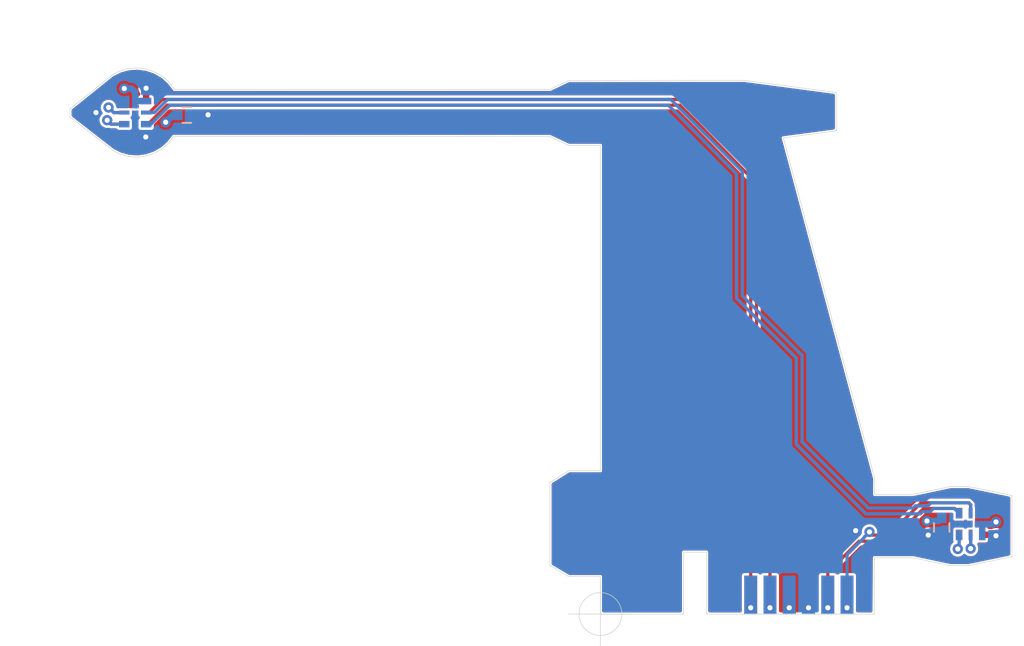
<source format=kicad_pcb>
(kicad_pcb (version 20171130) (host pcbnew "(5.1.5)-3")

  (general
    (thickness 1.6)
    (drawings 47)
    (tracks 120)
    (zones 0)
    (modules 9)
    (nets 13)
  )

  (page A4)
  (layers
    (0 F.Cu signal)
    (31 B.Cu signal)
    (34 B.Paste user)
    (35 F.Paste user)
    (36 B.SilkS user)
    (37 F.SilkS user)
    (38 B.Mask user)
    (39 F.Mask user)
    (40 Dwgs.User user)
    (44 Edge.Cuts user)
    (45 Margin user)
    (46 B.CrtYd user hide)
    (47 F.CrtYd user hide)
    (48 B.Fab user hide)
    (49 F.Fab user hide)
  )

  (setup
    (last_trace_width 0.25)
    (trace_clearance 0.2)
    (zone_clearance 0.1)
    (zone_45_only no)
    (trace_min 0.2)
    (via_size 0.8)
    (via_drill 0.4)
    (via_min_size 0.4)
    (via_min_drill 0.3)
    (uvia_size 0.3)
    (uvia_drill 0.1)
    (uvias_allowed no)
    (uvia_min_size 0.2)
    (uvia_min_drill 0.1)
    (edge_width 0.05)
    (segment_width 0.2)
    (pcb_text_width 0.3)
    (pcb_text_size 1.5 1.5)
    (mod_edge_width 0.12)
    (mod_text_size 1 1)
    (mod_text_width 0.15)
    (pad_size 0.8 0.8)
    (pad_drill 0.4)
    (pad_to_mask_clearance 0.051)
    (solder_mask_min_width 0.25)
    (aux_axis_origin 143.497649 99.540452)
    (grid_origin 143.497649 99.540452)
    (visible_elements 7FFFFF7F)
    (pcbplotparams
      (layerselection 0x010f0_ffffffff)
      (usegerberextensions false)
      (usegerberattributes false)
      (usegerberadvancedattributes false)
      (creategerberjobfile false)
      (excludeedgelayer true)
      (linewidth 0.100000)
      (plotframeref false)
      (viasonmask false)
      (mode 1)
      (useauxorigin false)
      (hpglpennumber 1)
      (hpglpenspeed 20)
      (hpglpendiameter 15.000000)
      (psnegative false)
      (psa4output false)
      (plotreference true)
      (plotvalue true)
      (plotinvisibletext false)
      (padsonsilk false)
      (subtractmaskfromsilk false)
      (outputformat 1)
      (mirror false)
      (drillshape 0)
      (scaleselection 1)
      (outputdirectory "Wing Gerber/"))
  )

  (net 0 "")
  (net 1 +5V)
  (net 2 GND)
  (net 3 "Net-(D5-Pad5)")
  (net 4 "Net-(D5-Pad4)")
  (net 5 "Net-(D5-Pad2)")
  (net 6 "Net-(D5-Pad3)")
  (net 7 "Net-(D6-Pad3)")
  (net 8 "Net-(D6-Pad2)")
  (net 9 "Net-(D7-Pad3)")
  (net 10 "Net-(D7-Pad2)")
  (net 11 "Net-(D8-Pad2)")
  (net 12 "Net-(D8-Pad3)")

  (net_class Default "This is the default net class."
    (clearance 0.2)
    (trace_width 0.25)
    (via_dia 0.8)
    (via_drill 0.4)
    (uvia_dia 0.3)
    (uvia_drill 0.1)
    (add_net +5V)
    (add_net GND)
    (add_net "Net-(D5-Pad2)")
    (add_net "Net-(D5-Pad3)")
    (add_net "Net-(D5-Pad4)")
    (add_net "Net-(D5-Pad5)")
    (add_net "Net-(D6-Pad2)")
    (add_net "Net-(D6-Pad3)")
    (add_net "Net-(D7-Pad2)")
    (add_net "Net-(D7-Pad3)")
    (add_net "Net-(D8-Pad2)")
    (add_net "Net-(D8-Pad3)")
  )

  (module MyLib:APA102-2020 (layer B.Cu) (tedit 60024E60) (tstamp 5FFFB6E3)
    (at 107.272649 60.465452 180)
    (path /600CE6E1)
    (fp_text reference D6 (at -0.175 2.2 180) (layer B.SilkS) hide
      (effects (font (size 1 1) (thickness 0.15)) (justify mirror))
    )
    (fp_text value APA102-2020 (at 2.5 4.25 180) (layer B.Fab)
      (effects (font (size 1 1) (thickness 0.15)) (justify mirror))
    )
    (fp_line (start -1.3 -1.4) (end -1.3 1.4) (layer B.CrtYd) (width 0.12))
    (fp_line (start 1.3 -1.4) (end -1.3 -1.4) (layer B.CrtYd) (width 0.12))
    (fp_line (start 1.3 1.4) (end 1.3 -1.4) (layer B.CrtYd) (width 0.12))
    (fp_line (start -1.3 1.4) (end 1.3 1.4) (layer B.CrtYd) (width 0.12))
    (pad 1 smd rect (at 0 0.83 180) (size 0.5 1) (layers B.Cu B.Paste B.Mask)
      (net 1 +5V))
    (pad 6 smd rect (at 0 -0.59 180) (size 0.5 1.48) (layers B.Cu B.Paste B.Mask)
      (net 2 GND))
    (pad 5 smd rect (at 0.85 0 180) (size 0.8 0.3) (layers B.Cu B.Paste B.Mask)
      (net 5 "Net-(D5-Pad2)"))
    (pad 4 smd rect (at 0.85 -0.9 180) (size 0.8 0.5) (layers B.Cu B.Paste B.Mask)
      (net 6 "Net-(D5-Pad3)"))
    (pad 6 smd rect (at 0.85 0.9 180) (size 0.8 0.5) (layers B.Cu B.Paste B.Mask)
      (net 2 GND))
    (pad 2 smd rect (at -0.85 0 180) (size 0.8 0.3) (layers B.Cu B.Paste B.Mask)
      (net 8 "Net-(D6-Pad2)"))
    (pad 3 smd rect (at -0.85 -0.9 180) (size 0.8 0.5) (layers B.Cu B.Paste B.Mask)
      (net 7 "Net-(D6-Pad3)"))
    (pad 1 smd rect (at -0.85 0.9 180) (size 0.8 0.5) (layers B.Cu B.Paste B.Mask)
      (net 1 +5V))
    (model "${KIPRJMOD}/Media/APA102-2020 v1.step"
      (offset (xyz -1 1 0))
      (scale (xyz 1 1 1))
      (rotate (xyz -90 0 0))
    )
  )

  (module MyLib:APA102-2020 (layer F.Cu) (tedit 60024E60) (tstamp 5FFFB710)
    (at 107.272649 60.465452)
    (path /600CE6D0)
    (fp_text reference D5 (at 1 -2.25) (layer F.SilkS) hide
      (effects (font (size 1 1) (thickness 0.15)))
    )
    (fp_text value APA102-2020 (at 2.5 -4.25) (layer F.Fab)
      (effects (font (size 1 1) (thickness 0.15)))
    )
    (fp_line (start -1.3 1.4) (end -1.3 -1.4) (layer F.CrtYd) (width 0.12))
    (fp_line (start 1.3 1.4) (end -1.3 1.4) (layer F.CrtYd) (width 0.12))
    (fp_line (start 1.3 -1.4) (end 1.3 1.4) (layer F.CrtYd) (width 0.12))
    (fp_line (start -1.3 -1.4) (end 1.3 -1.4) (layer F.CrtYd) (width 0.12))
    (pad 1 smd rect (at 0 -0.83) (size 0.5 1) (layers F.Cu F.Paste F.Mask)
      (net 1 +5V))
    (pad 6 smd rect (at 0 0.59) (size 0.5 1.48) (layers F.Cu F.Paste F.Mask)
      (net 2 GND))
    (pad 5 smd rect (at 0.85 0) (size 0.8 0.3) (layers F.Cu F.Paste F.Mask)
      (net 3 "Net-(D5-Pad5)"))
    (pad 4 smd rect (at 0.85 0.9) (size 0.8 0.5) (layers F.Cu F.Paste F.Mask)
      (net 4 "Net-(D5-Pad4)"))
    (pad 6 smd rect (at 0.85 -0.9) (size 0.8 0.5) (layers F.Cu F.Paste F.Mask)
      (net 2 GND))
    (pad 2 smd rect (at -0.85 0) (size 0.8 0.3) (layers F.Cu F.Paste F.Mask)
      (net 5 "Net-(D5-Pad2)"))
    (pad 3 smd rect (at -0.85 0.9) (size 0.8 0.5) (layers F.Cu F.Paste F.Mask)
      (net 6 "Net-(D5-Pad3)"))
    (pad 1 smd rect (at -0.85 -0.9) (size 0.8 0.5) (layers F.Cu F.Paste F.Mask)
      (net 1 +5V))
    (model "${KIPRJMOD}/Media/APA102-2020 v1.step"
      (offset (xyz -1 1 0))
      (scale (xyz 1 1 1))
      (rotate (xyz -90 0 0))
    )
  )

  (module MyLib:APA102-2020 (layer B.Cu) (tedit 60024E60) (tstamp 5FFEAA7B)
    (at 172.322649 92.540452 90)
    (path /600CE6F2)
    (fp_text reference D7 (at 1 2.25 90) (layer B.SilkS) hide
      (effects (font (size 1 1) (thickness 0.15)) (justify mirror))
    )
    (fp_text value APA102-2020 (at 2.5 4.25 90) (layer B.Fab)
      (effects (font (size 1 1) (thickness 0.15)) (justify mirror))
    )
    (fp_line (start -1.3 -1.4) (end -1.3 1.4) (layer B.CrtYd) (width 0.12))
    (fp_line (start 1.3 -1.4) (end -1.3 -1.4) (layer B.CrtYd) (width 0.12))
    (fp_line (start 1.3 1.4) (end 1.3 -1.4) (layer B.CrtYd) (width 0.12))
    (fp_line (start -1.3 1.4) (end 1.3 1.4) (layer B.CrtYd) (width 0.12))
    (pad 1 smd rect (at 0 0.83 90) (size 0.5 1) (layers B.Cu B.Paste B.Mask)
      (net 1 +5V))
    (pad 6 smd rect (at 0 -0.59 90) (size 0.5 1.48) (layers B.Cu B.Paste B.Mask)
      (net 2 GND))
    (pad 5 smd rect (at 0.85 0 90) (size 0.8 0.3) (layers B.Cu B.Paste B.Mask)
      (net 8 "Net-(D6-Pad2)"))
    (pad 4 smd rect (at 0.85 -0.9 90) (size 0.8 0.5) (layers B.Cu B.Paste B.Mask)
      (net 7 "Net-(D6-Pad3)"))
    (pad 6 smd rect (at 0.85 0.9 90) (size 0.8 0.5) (layers B.Cu B.Paste B.Mask)
      (net 2 GND))
    (pad 2 smd rect (at -0.85 0 90) (size 0.8 0.3) (layers B.Cu B.Paste B.Mask)
      (net 10 "Net-(D7-Pad2)"))
    (pad 3 smd rect (at -0.85 -0.9 90) (size 0.8 0.5) (layers B.Cu B.Paste B.Mask)
      (net 9 "Net-(D7-Pad3)"))
    (pad 1 smd rect (at -0.85 0.9 90) (size 0.8 0.5) (layers B.Cu B.Paste B.Mask)
      (net 1 +5V))
    (model "${KIPRJMOD}/Media/APA102-2020 v1.step"
      (offset (xyz -1 1 0))
      (scale (xyz 1 1 1))
      (rotate (xyz -90 0 0))
    )
  )

  (module MyLib:APA102-2020 (layer F.Cu) (tedit 60024E60) (tstamp 5FFEAA8B)
    (at 172.322649 92.515452 270)
    (path /600CE703)
    (fp_text reference D8 (at 1 -2.25 90) (layer F.SilkS) hide
      (effects (font (size 1 1) (thickness 0.15)))
    )
    (fp_text value APA102-2020 (at 2.5 -4.25 90) (layer F.Fab)
      (effects (font (size 1 1) (thickness 0.15)))
    )
    (fp_line (start -1.3 1.4) (end -1.3 -1.4) (layer F.CrtYd) (width 0.12))
    (fp_line (start 1.3 1.4) (end -1.3 1.4) (layer F.CrtYd) (width 0.12))
    (fp_line (start 1.3 -1.4) (end 1.3 1.4) (layer F.CrtYd) (width 0.12))
    (fp_line (start -1.3 -1.4) (end 1.3 -1.4) (layer F.CrtYd) (width 0.12))
    (pad 1 smd rect (at 0 -0.83 270) (size 0.5 1) (layers F.Cu F.Paste F.Mask)
      (net 1 +5V))
    (pad 6 smd rect (at 0 0.59 270) (size 0.5 1.48) (layers F.Cu F.Paste F.Mask)
      (net 2 GND))
    (pad 5 smd rect (at 0.85 0 270) (size 0.8 0.3) (layers F.Cu F.Paste F.Mask)
      (net 10 "Net-(D7-Pad2)"))
    (pad 4 smd rect (at 0.85 0.9 270) (size 0.8 0.5) (layers F.Cu F.Paste F.Mask)
      (net 9 "Net-(D7-Pad3)"))
    (pad 6 smd rect (at 0.85 -0.9 270) (size 0.8 0.5) (layers F.Cu F.Paste F.Mask)
      (net 2 GND))
    (pad 2 smd rect (at -0.85 0 270) (size 0.8 0.3) (layers F.Cu F.Paste F.Mask)
      (net 11 "Net-(D8-Pad2)"))
    (pad 3 smd rect (at -0.85 0.9 270) (size 0.8 0.5) (layers F.Cu F.Paste F.Mask)
      (net 12 "Net-(D8-Pad3)"))
    (pad 1 smd rect (at -0.85 -0.9 270) (size 0.8 0.5) (layers F.Cu F.Paste F.Mask)
      (net 1 +5V))
    (model "${KIPRJMOD}/Media/APA102-2020 v1.step"
      (offset (xyz -1 1 0))
      (scale (xyz 1 1 1))
      (rotate (xyz -90 0 0))
    )
  )

  (module Capacitors_SMD:C_0603 (layer B.Cu) (tedit 59958EE7) (tstamp 5FFEAA18)
    (at 170.072649 92.790452 270)
    (descr "Capacitor SMD 0603, reflow soldering, AVX (see smccp.pdf)")
    (tags "capacitor 0603")
    (path /600CE6AB)
    (attr smd)
    (fp_text reference C5 (at 0 1.5 90) (layer B.SilkS) hide
      (effects (font (size 1 1) (thickness 0.15)) (justify mirror))
    )
    (fp_text value .1uF (at 0 -1.5 90) (layer B.Fab)
      (effects (font (size 1 1) (thickness 0.15)) (justify mirror))
    )
    (fp_line (start 1.4 -0.65) (end -1.4 -0.65) (layer B.CrtYd) (width 0.05))
    (fp_line (start 1.4 -0.65) (end 1.4 0.65) (layer B.CrtYd) (width 0.05))
    (fp_line (start -1.4 0.65) (end -1.4 -0.65) (layer B.CrtYd) (width 0.05))
    (fp_line (start -1.4 0.65) (end 1.4 0.65) (layer B.CrtYd) (width 0.05))
    (fp_line (start 0.35 -0.6) (end -0.35 -0.6) (layer B.SilkS) (width 0.12))
    (fp_line (start -0.35 0.6) (end 0.35 0.6) (layer B.SilkS) (width 0.12))
    (fp_line (start -0.8 0.4) (end 0.8 0.4) (layer B.Fab) (width 0.1))
    (fp_line (start 0.8 0.4) (end 0.8 -0.4) (layer B.Fab) (width 0.1))
    (fp_line (start 0.8 -0.4) (end -0.8 -0.4) (layer B.Fab) (width 0.1))
    (fp_line (start -0.8 -0.4) (end -0.8 0.4) (layer B.Fab) (width 0.1))
    (fp_text user %R (at 0 0 90) (layer B.Fab)
      (effects (font (size 0.3 0.3) (thickness 0.075)) (justify mirror))
    )
    (pad 2 smd rect (at 0.75 0 270) (size 0.8 0.75) (layers B.Cu B.Paste B.Mask)
      (net 2 GND))
    (pad 1 smd rect (at -0.75 0 270) (size 0.8 0.75) (layers B.Cu B.Paste B.Mask)
      (net 1 +5V))
    (model Capacitors_SMD.3dshapes/C_0603.wrl
      (at (xyz 0 0 0))
      (scale (xyz 1 1 1))
      (rotate (xyz 0 0 0))
    )
  )

  (module Capacitors_SMD:C_0603 (layer B.Cu) (tedit 59958EE7) (tstamp 5FFFBC21)
    (at 111.297649 60.665452)
    (descr "Capacitor SMD 0603, reflow soldering, AVX (see smccp.pdf)")
    (tags "capacitor 0603")
    (path /600CE768)
    (attr smd)
    (fp_text reference C6 (at -0.1 -1.625) (layer B.SilkS) hide
      (effects (font (size 1 1) (thickness 0.15)) (justify mirror))
    )
    (fp_text value .1uF (at 0 -1.5) (layer B.Fab)
      (effects (font (size 1 1) (thickness 0.15)) (justify mirror))
    )
    (fp_text user %R (at 0 0) (layer B.Fab)
      (effects (font (size 0.3 0.3) (thickness 0.075)) (justify mirror))
    )
    (fp_line (start -0.8 -0.4) (end -0.8 0.4) (layer B.Fab) (width 0.1))
    (fp_line (start 0.8 -0.4) (end -0.8 -0.4) (layer B.Fab) (width 0.1))
    (fp_line (start 0.8 0.4) (end 0.8 -0.4) (layer B.Fab) (width 0.1))
    (fp_line (start -0.8 0.4) (end 0.8 0.4) (layer B.Fab) (width 0.1))
    (fp_line (start -0.35 0.6) (end 0.35 0.6) (layer B.SilkS) (width 0.12))
    (fp_line (start 0.35 -0.6) (end -0.35 -0.6) (layer B.SilkS) (width 0.12))
    (fp_line (start -1.4 0.65) (end 1.4 0.65) (layer B.CrtYd) (width 0.05))
    (fp_line (start -1.4 0.65) (end -1.4 -0.65) (layer B.CrtYd) (width 0.05))
    (fp_line (start 1.4 -0.65) (end 1.4 0.65) (layer B.CrtYd) (width 0.05))
    (fp_line (start 1.4 -0.65) (end -1.4 -0.65) (layer B.CrtYd) (width 0.05))
    (pad 1 smd rect (at -0.75 0) (size 0.8 0.75) (layers B.Cu B.Paste B.Mask)
      (net 1 +5V))
    (pad 2 smd rect (at 0.75 0) (size 0.8 0.75) (layers B.Cu B.Paste B.Mask)
      (net 2 GND))
    (model Capacitors_SMD.3dshapes/C_0603.wrl
      (at (xyz 0 0 0))
      (scale (xyz 1 1 1))
      (rotate (xyz 0 0 0))
    )
  )

  (module Capacitors_SMD:C_0603 (layer F.Cu) (tedit 59958EE7) (tstamp 5FFEAA3A)
    (at 170.072649 92.790452 270)
    (descr "Capacitor SMD 0603, reflow soldering, AVX (see smccp.pdf)")
    (tags "capacitor 0603")
    (path /600CE78B)
    (attr smd)
    (fp_text reference C7 (at -0.05 1.375 90) (layer F.SilkS) hide
      (effects (font (size 1 1) (thickness 0.15)))
    )
    (fp_text value .1uF (at 0 1.5 90) (layer F.Fab)
      (effects (font (size 1 1) (thickness 0.15)))
    )
    (fp_text user %R (at 0 0 90) (layer F.Fab)
      (effects (font (size 0.3 0.3) (thickness 0.075)))
    )
    (fp_line (start -0.8 0.4) (end -0.8 -0.4) (layer F.Fab) (width 0.1))
    (fp_line (start 0.8 0.4) (end -0.8 0.4) (layer F.Fab) (width 0.1))
    (fp_line (start 0.8 -0.4) (end 0.8 0.4) (layer F.Fab) (width 0.1))
    (fp_line (start -0.8 -0.4) (end 0.8 -0.4) (layer F.Fab) (width 0.1))
    (fp_line (start -0.35 -0.6) (end 0.35 -0.6) (layer F.SilkS) (width 0.12))
    (fp_line (start 0.35 0.6) (end -0.35 0.6) (layer F.SilkS) (width 0.12))
    (fp_line (start -1.4 -0.65) (end 1.4 -0.65) (layer F.CrtYd) (width 0.05))
    (fp_line (start -1.4 -0.65) (end -1.4 0.65) (layer F.CrtYd) (width 0.05))
    (fp_line (start 1.4 0.65) (end 1.4 -0.65) (layer F.CrtYd) (width 0.05))
    (fp_line (start 1.4 0.65) (end -1.4 0.65) (layer F.CrtYd) (width 0.05))
    (pad 1 smd rect (at -0.75 0 270) (size 0.8 0.75) (layers F.Cu F.Paste F.Mask)
      (net 1 +5V))
    (pad 2 smd rect (at 0.75 0 270) (size 0.8 0.75) (layers F.Cu F.Paste F.Mask)
      (net 2 GND))
    (model Capacitors_SMD.3dshapes/C_0603.wrl
      (at (xyz 0 0 0))
      (scale (xyz 1 1 1))
      (rotate (xyz 0 0 0))
    )
  )

  (module Capacitors_SMD:C_0603 (layer F.Cu) (tedit 59958EE7) (tstamp 5FFFBD3B)
    (at 111.297649 60.665452)
    (descr "Capacitor SMD 0603, reflow soldering, AVX (see smccp.pdf)")
    (tags "capacitor 0603")
    (path /600CE7AE)
    (attr smd)
    (fp_text reference C8 (at 0.85 -1.525) (layer F.SilkS) hide
      (effects (font (size 1 1) (thickness 0.15)))
    )
    (fp_text value .1uF (at 0 1.5) (layer F.Fab)
      (effects (font (size 1 1) (thickness 0.15)))
    )
    (fp_line (start 1.4 0.65) (end -1.4 0.65) (layer F.CrtYd) (width 0.05))
    (fp_line (start 1.4 0.65) (end 1.4 -0.65) (layer F.CrtYd) (width 0.05))
    (fp_line (start -1.4 -0.65) (end -1.4 0.65) (layer F.CrtYd) (width 0.05))
    (fp_line (start -1.4 -0.65) (end 1.4 -0.65) (layer F.CrtYd) (width 0.05))
    (fp_line (start 0.35 0.6) (end -0.35 0.6) (layer F.SilkS) (width 0.12))
    (fp_line (start -0.35 -0.6) (end 0.35 -0.6) (layer F.SilkS) (width 0.12))
    (fp_line (start -0.8 -0.4) (end 0.8 -0.4) (layer F.Fab) (width 0.1))
    (fp_line (start 0.8 -0.4) (end 0.8 0.4) (layer F.Fab) (width 0.1))
    (fp_line (start 0.8 0.4) (end -0.8 0.4) (layer F.Fab) (width 0.1))
    (fp_line (start -0.8 0.4) (end -0.8 -0.4) (layer F.Fab) (width 0.1))
    (fp_text user %R (at 0 0) (layer F.Fab)
      (effects (font (size 0.3 0.3) (thickness 0.075)))
    )
    (pad 2 smd rect (at 0.75 0) (size 0.8 0.75) (layers F.Cu F.Paste F.Mask)
      (net 2 GND))
    (pad 1 smd rect (at -0.75 0) (size 0.8 0.75) (layers F.Cu F.Paste F.Mask)
      (net 1 +5V))
    (model Capacitors_SMD.3dshapes/C_0603.wrl
      (at (xyz 0 0 0))
      (scale (xyz 1 1 1))
      (rotate (xyz 0 0 0))
    )
  )

  (module MyLib:Connector (layer F.Cu) (tedit 5FFD1342) (tstamp 5FFEAAA5)
    (at 158.95 98.05 90)
    (path /600CE717)
    (fp_text reference J2 (at 0.5 -5.25 90) (layer F.SilkS) hide
      (effects (font (size 1 1) (thickness 0.15)))
    )
    (fp_text value 6pin_conn (at 0.5 5.25 90) (layer F.Fab)
      (effects (font (size 1 1) (thickness 0.15)))
    )
    (fp_line (start 1.75 -4.5) (end 1.75 4.5) (layer F.CrtYd) (width 0.12))
    (fp_line (start 1.75 4.5) (end -1.75 4.5) (layer F.CrtYd) (width 0.12))
    (fp_line (start -1.75 4.5) (end -1.75 -4.5) (layer F.CrtYd) (width 0.12))
    (fp_line (start -1.75 -4.5) (end 1.75 -4.5) (layer F.CrtYd) (width 0.12))
    (pad 1 thru_hole circle (at -1 -3.75 90) (size 0.8 0.8) (drill 0.4) (layers *.Cu *.Mask)
      (net 4 "Net-(D5-Pad4)"))
    (pad 2 thru_hole circle (at -1 -2.25 90) (size 0.8 0.8) (drill 0.4) (layers *.Cu *.Mask)
      (net 3 "Net-(D5-Pad5)"))
    (pad 1 smd rect (at 0 -3.75 90) (size 3 1) (layers F.Cu F.Paste F.Mask)
      (net 4 "Net-(D5-Pad4)"))
    (pad 1 smd rect (at 0 -3.75 90) (size 3 1) (layers *.Mask B.Cu B.Paste)
      (net 4 "Net-(D5-Pad4)"))
    (pad 2 smd rect (at 0 -2.25 90) (size 3 1) (layers F.Cu F.Paste F.Mask)
      (net 3 "Net-(D5-Pad5)"))
    (pad 2 smd rect (at 0 -2.25 90) (size 3 1) (layers *.Mask B.Cu B.Paste)
      (net 3 "Net-(D5-Pad5)"))
    (pad 4 smd rect (at 0 0.75 90) (size 3 1) (layers F.Cu F.Paste F.Mask)
      (net 2 GND))
    (pad 4 smd rect (at 0 0.75 90) (size 3 1) (layers *.Mask B.Cu B.Paste)
      (net 2 GND))
    (pad 3 smd rect (at 0 -0.75 90) (size 3 1) (layers *.Mask B.Cu B.Paste)
      (net 1 +5V))
    (pad 3 thru_hole circle (at -1 -0.75 90) (size 0.8 0.8) (drill 0.4) (layers *.Cu *.Mask)
      (net 1 +5V))
    (pad 3 smd rect (at 0 -0.75 90) (size 3 1) (layers F.Cu F.Paste F.Mask)
      (net 1 +5V))
    (pad 4 thru_hole circle (at -1 0.75 90) (size 0.8 0.8) (drill 0.4) (layers *.Cu *.Mask)
      (net 2 GND))
    (pad 5 smd rect (at 0 2.25 90) (size 3 1) (layers F.Cu F.Paste F.Mask)
      (net 12 "Net-(D8-Pad3)"))
    (pad 6 smd rect (at 0 3.75 90) (size 3 1) (layers F.Cu F.Paste F.Mask)
      (net 11 "Net-(D8-Pad2)"))
    (pad 5 smd rect (at 0 2.25 90) (size 3 1) (layers *.Mask B.Cu B.Paste)
      (net 12 "Net-(D8-Pad3)"))
    (pad 5 thru_hole circle (at -1 2.25 90) (size 0.8 0.8) (drill 0.4) (layers *.Cu *.Mask)
      (net 12 "Net-(D8-Pad3)"))
    (pad 6 thru_hole circle (at -1 3.75 90) (size 0.8 0.8) (drill 0.4) (layers *.Cu *.Mask)
      (net 11 "Net-(D8-Pad2)"))
    (pad 6 smd rect (at 0 3.75 90) (size 3 1) (layers *.Mask B.Cu B.Paste)
      (net 11 "Net-(D8-Pad2)"))
  )

  (dimension 42.540001 (width 0.15) (layer Dwgs.User)
    (gr_text "42.540 mm" (at 98.112652 78.270934 270.0134687) (layer Dwgs.User)
      (effects (font (size 1 1) (thickness 0.15)))
    )
    (feature1 (pts (xy 100.167649 99.540452) (xy 98.831231 99.540766)))
    (feature2 (pts (xy 100.157649 57.000452) (xy 98.821231 57.000766)))
    (crossbar (pts (xy 99.407652 57.000628) (xy 99.417652 99.540628)))
    (arrow1a (pts (xy 99.417652 99.540628) (xy 98.830966 98.414262)))
    (arrow1b (pts (xy 99.417652 99.540628) (xy 100.003808 98.413986)))
    (arrow2a (pts (xy 99.407652 57.000628) (xy 98.821496 58.12727)))
    (arrow2b (pts (xy 99.407652 57.000628) (xy 99.994338 58.126994)))
  )
  (gr_line (start 143.497649 99.540452) (end 100.187649 99.540452) (layer Dwgs.User) (width 0.15))
  (gr_line (start 107.347649 57.000452) (end 100.187649 57.000452) (layer Dwgs.User) (width 0.15))
  (dimension 73.34 (width 0.15) (layer Dwgs.User)
    (gr_text "73.340 mm" (at 138.867649 52.390452) (layer Dwgs.User)
      (effects (font (size 1 1) (thickness 0.15)))
    )
    (feature1 (pts (xy 175.537649 56.170452) (xy 175.537649 53.104031)))
    (feature2 (pts (xy 102.197649 56.170452) (xy 102.197649 53.104031)))
    (crossbar (pts (xy 102.197649 53.690452) (xy 175.537649 53.690452)))
    (arrow1a (pts (xy 175.537649 53.690452) (xy 174.411145 54.276873)))
    (arrow1b (pts (xy 175.537649 53.690452) (xy 174.411145 53.104031)))
    (arrow2a (pts (xy 102.197649 53.690452) (xy 103.324153 54.276873)))
    (arrow2b (pts (xy 102.197649 53.690452) (xy 103.324153 53.104031)))
  )
  (gr_line (start 175.537649 90.310452) (end 175.537649 56.190452) (layer Dwgs.User) (width 0.15))
  (gr_line (start 102.197649 60.190452) (end 102.197649 56.190452) (layer Dwgs.User) (width 0.15))
  (gr_line (start 149.967244 99.540453) (end 143.497649 99.540452) (layer Edge.Cuts) (width 0.05))
  (gr_arc (start 107.347649 60.470689) (end 105.547649 63.415452) (angle -89.19640544) (layer Edge.Cuts) (width 0.05) (tstamp 5FFFBF5C))
  (gr_arc (start 107.347649 60.490452) (end 110.322648 58.665453) (angle -90.61506794) (layer Edge.Cuts) (width 0.05))
  (target plus (at 143.497649 99.540452) (size 5) (width 0.05) (layer Edge.Cuts))
  (gr_line (start 161.875673 61.879515) (end 157.726506 62.430673) (layer Edge.Cuts) (width 0.05))
  (gr_line (start 154.75609 57.965138) (end 161.875676 58.910888) (layer Edge.Cuts) (width 0.05))
  (gr_line (start 141.013634 57.976375) (end 142.031161 57.976375) (layer Edge.Cuts) (width 0.05))
  (gr_line (start 139.578523 58.659358) (end 141.013634 57.976375) (layer Edge.Cuts) (width 0.05))
  (gr_line (start 150.389284 57.965138) (end 154.75609 57.965138) (layer Edge.Cuts) (width 0.05))
  (gr_line (start 164.846452 90.224339) (end 167.850852 90.224341) (layer Edge.Cuts) (width 0.05))
  (gr_line (start 164.851946 88.993464) (end 164.846452 90.224339) (layer Edge.Cuts) (width 0.05))
  (gr_line (start 142.031161 57.976375) (end 150.389284 57.965138) (layer Edge.Cuts) (width 0.05))
  (gr_line (start 157.726506 62.430673) (end 164.851946 88.993464) (layer Edge.Cuts) (width 0.05))
  (gr_line (start 161.875676 58.910888) (end 161.875673 61.879515) (layer Edge.Cuts) (width 0.05))
  (gr_line (start 172.144795 95.764838) (end 170.745697 95.764838) (layer Edge.Cuts) (width 0.05))
  (gr_line (start 164.824468 95.149961) (end 164.804873 99.540458) (layer Edge.Cuts) (width 0.05))
  (gr_line (start 139.578515 95.753357) (end 139.578516 89.293383) (layer Edge.Cuts) (width 0.05))
  (gr_line (start 164.804873 99.540458) (end 151.767244 99.540454) (layer Edge.Cuts) (width 0.05))
  (gr_line (start 151.767246 94.715793) (end 149.967246 94.715792) (layer Edge.Cuts) (width 0.05))
  (gr_line (start 151.767244 99.540454) (end 151.767246 94.715793) (layer Edge.Cuts) (width 0.05))
  (gr_line (start 175.534017 95.067498) (end 172.144795 95.764838) (layer Edge.Cuts) (width 0.05))
  (gr_line (start 141.031485 96.615062) (end 139.578515 95.753357) (layer Edge.Cuts) (width 0.05))
  (gr_line (start 143.497649 99.540452) (end 143.49765 96.615063) (layer Edge.Cuts) (width 0.05))
  (gr_line (start 149.967246 94.715792) (end 149.967244 99.540453) (layer Edge.Cuts) (width 0.05))
  (gr_line (start 167.85085 95.149962) (end 164.824468 95.149961) (layer Edge.Cuts) (width 0.05))
  (gr_line (start 143.49765 96.615063) (end 141.031485 96.615062) (layer Edge.Cuts) (width 0.05))
  (gr_line (start 170.745697 95.764838) (end 167.85085 95.149962) (layer Edge.Cuts) (width 0.05))
  (gr_line (start 172.144795 89.609467) (end 175.53402 90.30681) (layer Edge.Cuts) (width 0.05))
  (gr_line (start 167.850852 90.224341) (end 170.757649 89.609467) (layer Edge.Cuts) (width 0.05))
  (gr_line (start 170.757649 89.609467) (end 172.144795 89.609467) (layer Edge.Cuts) (width 0.05))
  (gr_line (start 175.53402 90.30681) (end 175.534017 95.067498) (layer Edge.Cuts) (width 0.05))
  (gr_line (start 141.031488 88.37627) (end 143.497653 88.37627) (layer Edge.Cuts) (width 0.05))
  (gr_line (start 102.200582 60.184974) (end 105.490819 57.535215) (layer Edge.Cuts) (width 0.05))
  (gr_line (start 139.578516 89.293383) (end 141.031488 88.37627) (layer Edge.Cuts) (width 0.05))
  (gr_line (start 141.013631 63.01298) (end 139.578522 62.329976) (layer Edge.Cuts) (width 0.05))
  (gr_line (start 139.578522 62.329976) (end 110.266878 62.311812) (layer Edge.Cuts) (width 0.05))
  (gr_line (start 143.497653 88.37627) (end 143.497661 63.012981) (layer Edge.Cuts) (width 0.05))
  (gr_line (start 102.200582 60.80436) (end 102.200582 60.184974) (layer Edge.Cuts) (width 0.05))
  (gr_line (start 110.322648 58.665453) (end 139.578523 58.659358) (layer Edge.Cuts) (width 0.05))
  (gr_line (start 143.497661 63.012981) (end 141.013631 63.01298) (layer Edge.Cuts) (width 0.05))
  (gr_line (start 105.547649 63.415452) (end 102.200582 60.80436) (layer Edge.Cuts) (width 0.05))

  (via (at 168.922649 92.290452) (size 0.8) (drill 0.4) (layers F.Cu B.Cu) (net 1) (tstamp 5FFFB0B3))
  (segment (start 173.222649 92.610452) (end 173.152649 92.540452) (width 0.25) (layer B.Cu) (net 1))
  (segment (start 173.222649 93.390452) (end 173.222649 92.610452) (width 0.5) (layer B.Cu) (net 1))
  (via (at 174.297649 92.365452) (size 0.8) (drill 0.4) (layers F.Cu B.Cu) (net 1) (tstamp 5FFFB17A))
  (segment (start 169.822649 92.290452) (end 170.072649 92.040452) (width 0.5) (layer B.Cu) (net 1))
  (segment (start 168.922649 92.290452) (end 169.822649 92.290452) (width 0.5) (layer B.Cu) (net 1))
  (segment (start 174.122649 92.540452) (end 174.297649 92.365452) (width 0.5) (layer B.Cu) (net 1))
  (segment (start 173.152649 92.540452) (end 174.122649 92.540452) (width 0.5) (layer B.Cu) (net 1))
  (segment (start 107.342649 59.565452) (end 107.272649 59.635452) (width 0.5) (layer B.Cu) (net 1))
  (segment (start 108.122649 59.565452) (end 107.342649 59.565452) (width 0.5) (layer B.Cu) (net 1))
  (via (at 109.647649 61.215452) (size 0.8) (drill 0.4) (layers F.Cu B.Cu) (net 1) (tstamp 5FFFBCDF))
  (segment (start 110.197649 60.665452) (end 109.647649 61.215452) (width 0.5) (layer B.Cu) (net 1))
  (segment (start 110.547649 60.665452) (end 110.197649 60.665452) (width 0.5) (layer B.Cu) (net 1))
  (via (at 106.422649 58.590452) (size 0.8) (drill 0.4) (layers F.Cu B.Cu) (net 1) (tstamp 5FFFC018))
  (segment (start 107.272649 58.885452) (end 107.272649 59.635452) (width 0.5) (layer B.Cu) (net 1))
  (segment (start 107.272649 58.874767) (end 107.272649 58.885452) (width 0.25) (layer B.Cu) (net 1))
  (segment (start 106.988334 58.590452) (end 107.272649 58.874767) (width 0.5) (layer B.Cu) (net 1))
  (segment (start 106.422649 58.590452) (end 106.988334 58.590452) (width 0.5) (layer B.Cu) (net 1))
  (via (at 112.947649 60.640452) (size 0.8) (drill 0.4) (layers F.Cu B.Cu) (net 2))
  (via (at 169.022649 93.390452) (size 0.8) (drill 0.4) (layers F.Cu B.Cu) (net 2))
  (via (at 163.372649 93.040452) (size 0.8) (drill 0.4) (layers F.Cu B.Cu) (net 2) (tstamp 5FFFB0AE))
  (segment (start 169.172649 93.540452) (end 169.022649 93.390452) (width 0.5) (layer F.Cu) (net 2))
  (segment (start 170.072649 93.540452) (end 169.172649 93.540452) (width 0.5) (layer F.Cu) (net 2))
  (via (at 174.297649 93.440452) (size 0.8) (drill 0.4) (layers F.Cu B.Cu) (net 2) (tstamp 5FFFB315))
  (segment (start 174.222649 93.365452) (end 174.297649 93.440452) (width 0.5) (layer F.Cu) (net 2))
  (segment (start 173.222649 93.365452) (end 174.222649 93.365452) (width 0.5) (layer F.Cu) (net 2))
  (segment (start 171.097649 92.515452) (end 171.732649 92.515452) (width 0.25) (layer F.Cu) (net 2))
  (segment (start 170.072649 93.540452) (end 171.097649 92.515452) (width 0.25) (layer F.Cu) (net 2))
  (segment (start 112.072649 60.640452) (end 112.947649 60.640452) (width 0.5) (layer F.Cu) (net 2))
  (via (at 108.122649 58.565452) (size 0.8) (drill 0.4) (layers F.Cu B.Cu) (net 2))
  (via (at 108.097649 62.365452) (size 0.8) (drill 0.4) (layers F.Cu B.Cu) (net 2) (tstamp 5FFFC04E))
  (segment (start 108.122649 59.565452) (end 108.122649 58.565452) (width 0.5) (layer F.Cu) (net 2))
  (segment (start 107.592649 62.365452) (end 108.097649 62.365452) (width 0.5) (layer F.Cu) (net 2))
  (segment (start 107.272649 62.045452) (end 107.592649 62.365452) (width 0.5) (layer F.Cu) (net 2))
  (segment (start 107.272649 61.055452) (end 107.272649 62.045452) (width 0.5) (layer F.Cu) (net 2))
  (via (at 104.222649 60.465452) (size 0.8) (drill 0.4) (layers F.Cu B.Cu) (net 2) (tstamp 5FFFC0BD))
  (segment (start 156.7 91.892803) (end 156.7 98.05) (width 0.25) (layer F.Cu) (net 3))
  (segment (start 108.122649 60.465452) (end 108.372649 60.465452) (width 0.25) (layer F.Cu) (net 3))
  (segment (start 108.372649 60.465452) (end 109.397649 59.440452) (width 0.25) (layer F.Cu) (net 3))
  (segment (start 109.397649 59.440452) (end 149.862186 59.440452) (width 0.25) (layer F.Cu) (net 3))
  (segment (start 149.862186 59.440452) (end 155.65001 65.228276) (width 0.25) (layer F.Cu) (net 3))
  (segment (start 155.65001 90.842813) (end 156.7 91.892803) (width 0.25) (layer F.Cu) (net 3))
  (segment (start 155.65001 65.228276) (end 155.65001 90.842813) (width 0.25) (layer F.Cu) (net 3))
  (segment (start 155.2 98.05) (end 155.2 99.05) (width 0.25) (layer F.Cu) (net 4))
  (segment (start 155.2 65.517803) (end 155.2 98.05) (width 0.25) (layer F.Cu) (net 4))
  (segment (start 108.122649 61.365452) (end 108.272649 61.365452) (width 0.25) (layer F.Cu) (net 4))
  (segment (start 108.272649 61.365452) (end 109.747639 59.890462) (width 0.25) (layer F.Cu) (net 4))
  (segment (start 109.747639 59.890462) (end 149.672659 59.890462) (width 0.25) (layer F.Cu) (net 4))
  (segment (start 149.672659 59.890462) (end 151.097649 61.315452) (width 0.25) (layer F.Cu) (net 4))
  (segment (start 151.097649 61.315452) (end 155.2 65.517803) (width 0.25) (layer F.Cu) (net 4))
  (via (at 105.197649 60.065452) (size 0.8) (drill 0.4) (layers F.Cu B.Cu) (net 5))
  (segment (start 106.422649 60.465452) (end 105.597649 60.465452) (width 0.25) (layer B.Cu) (net 5))
  (segment (start 105.597649 60.465452) (end 105.197649 60.065452) (width 0.25) (layer B.Cu) (net 5))
  (segment (start 105.597649 60.465452) (end 105.197649 60.065452) (width 0.25) (layer F.Cu) (net 5))
  (segment (start 106.422649 60.465452) (end 105.597649 60.465452) (width 0.25) (layer F.Cu) (net 5))
  (via (at 105.092964 61.05996) (size 0.8) (drill 0.4) (layers F.Cu B.Cu) (net 6))
  (segment (start 106.422649 61.365452) (end 105.398456 61.365452) (width 0.25) (layer F.Cu) (net 6))
  (segment (start 105.398456 61.365452) (end 105.092964 61.05996) (width 0.25) (layer F.Cu) (net 6))
  (segment (start 105.398456 61.365452) (end 105.092964 61.05996) (width 0.25) (layer B.Cu) (net 6))
  (segment (start 106.422649 61.365452) (end 105.398456 61.365452) (width 0.25) (layer B.Cu) (net 6))
  (segment (start 171.047648 91.315451) (end 171.422649 91.690452) (width 0.25) (layer B.Cu) (net 7))
  (segment (start 169.184061 91.56545) (end 169.43406 91.315451) (width 0.25) (layer B.Cu) (net 7))
  (segment (start 168.574648 91.565451) (end 169.184061 91.56545) (width 0.25) (layer B.Cu) (net 7))
  (segment (start 168.412137 91.727962) (end 168.574648 91.565451) (width 0.25) (layer B.Cu) (net 7))
  (segment (start 164.173749 91.727962) (end 168.412137 91.727962) (width 0.25) (layer B.Cu) (net 7))
  (segment (start 169.43406 91.315451) (end 171.047648 91.315451) (width 0.25) (layer B.Cu) (net 7))
  (segment (start 108.122649 61.365452) (end 108.509059 61.365452) (width 0.25) (layer B.Cu) (net 7))
  (segment (start 108.509059 61.365452) (end 109.984049 59.890462) (width 0.25) (layer B.Cu) (net 7))
  (segment (start 154.097639 65.250216) (end 154.097639 74.940442) (width 0.25) (layer B.Cu) (net 7))
  (segment (start 148.786249 59.890462) (end 150.228493 61.332706) (width 0.25) (layer B.Cu) (net 7))
  (segment (start 150.228493 61.332706) (end 154.097639 65.250216) (width 0.25) (layer B.Cu) (net 7))
  (segment (start 158.747649 79.590452) (end 158.747649 85.929042) (width 0.25) (layer B.Cu) (net 7))
  (segment (start 154.097639 74.940442) (end 158.747649 79.590452) (width 0.25) (layer B.Cu) (net 7))
  (segment (start 109.984049 59.890462) (end 148.786249 59.890462) (width 0.25) (layer B.Cu) (net 7))
  (segment (start 158.747649 85.929042) (end 158.74764 85.929051) (width 0.25) (layer B.Cu) (net 7))
  (segment (start 158.74764 85.929051) (end 158.74764 86.301853) (width 0.25) (layer B.Cu) (net 7))
  (segment (start 158.74764 86.301853) (end 164.173749 91.727962) (width 0.25) (layer B.Cu) (net 7))
  (segment (start 169.24766 90.865441) (end 172.147638 90.865441) (width 0.25) (layer B.Cu) (net 8))
  (segment (start 172.322649 91.040452) (end 172.322649 91.690452) (width 0.25) (layer B.Cu) (net 8))
  (segment (start 172.147638 90.865441) (end 172.322649 91.040452) (width 0.25) (layer B.Cu) (net 8))
  (segment (start 168.99766 91.115441) (end 169.24766 90.865441) (width 0.25) (layer B.Cu) (net 8))
  (segment (start 168.01125 91.115441) (end 168.99766 91.115441) (width 0.25) (layer B.Cu) (net 8))
  (segment (start 168.261248 91.115441) (end 168.972649 91.115441) (width 0.25) (layer B.Cu) (net 8))
  (segment (start 168.01125 91.115441) (end 168.261248 91.115441) (width 0.25) (layer B.Cu) (net 8))
  (segment (start 167.848739 91.277952) (end 168.01125 91.115441) (width 0.25) (layer B.Cu) (net 8))
  (segment (start 164.360149 91.277952) (end 167.848739 91.277952) (width 0.25) (layer B.Cu) (net 8))
  (segment (start 154.547649 74.740452) (end 159.197649 79.390452) (width 0.25) (layer B.Cu) (net 8))
  (segment (start 154.547649 65.065452) (end 154.547649 74.740452) (width 0.25) (layer B.Cu) (net 8))
  (segment (start 108.122649 60.465452) (end 108.772649 60.465452) (width 0.25) (layer B.Cu) (net 8))
  (segment (start 108.772649 60.465452) (end 109.797649 59.440452) (width 0.25) (layer B.Cu) (net 8))
  (segment (start 159.197649 86.115452) (end 164.360149 91.277952) (width 0.25) (layer B.Cu) (net 8))
  (segment (start 109.797649 59.440452) (end 148.972649 59.440452) (width 0.25) (layer B.Cu) (net 8))
  (segment (start 159.197649 79.390452) (end 159.197649 86.115452) (width 0.25) (layer B.Cu) (net 8))
  (segment (start 148.972649 59.440452) (end 150.547649 61.015452) (width 0.25) (layer B.Cu) (net 8))
  (segment (start 150.547649 61.015452) (end 154.547649 65.065452) (width 0.25) (layer B.Cu) (net 8))
  (via (at 171.323055 94.469011) (size 0.8) (drill 0.4) (layers F.Cu B.Cu) (net 9))
  (segment (start 171.422649 93.390452) (end 171.422649 94.369417) (width 0.25) (layer B.Cu) (net 9))
  (segment (start 171.422649 94.369417) (end 171.323055 94.469011) (width 0.25) (layer B.Cu) (net 9))
  (segment (start 171.422649 94.369417) (end 171.323055 94.469011) (width 0.25) (layer F.Cu) (net 9))
  (segment (start 171.422649 93.365452) (end 171.422649 94.369417) (width 0.25) (layer F.Cu) (net 9))
  (via (at 172.322649 94.440452) (size 0.8) (drill 0.4) (layers F.Cu B.Cu) (net 10))
  (segment (start 172.322649 93.365452) (end 172.322649 94.440452) (width 0.25) (layer F.Cu) (net 10))
  (segment (start 172.322649 94.440452) (end 172.322649 93.390452) (width 0.25) (layer B.Cu) (net 10))
  (segment (start 165.947649 93.390452) (end 168.472659 90.865442) (width 0.25) (layer F.Cu) (net 11))
  (segment (start 164.697649 93.390452) (end 165.947649 93.390452) (width 0.25) (layer F.Cu) (net 11))
  (segment (start 172.322649 91.015452) (end 172.322649 91.665452) (width 0.25) (layer F.Cu) (net 11))
  (segment (start 172.172638 90.865441) (end 172.322649 91.015452) (width 0.25) (layer F.Cu) (net 11))
  (segment (start 164.447649 93.140452) (end 164.697649 93.390452) (width 0.25) (layer F.Cu) (net 11))
  (segment (start 168.472659 90.865442) (end 172.172638 90.865441) (width 0.25) (layer F.Cu) (net 11))
  (via (at 164.447649 93.140452) (size 0.8) (drill 0.4) (layers F.Cu B.Cu) (net 11))
  (segment (start 164.04765 93.540451) (end 164.04765 93.565451) (width 0.25) (layer B.Cu) (net 11))
  (segment (start 162.7 94.913101) (end 162.7 99.05) (width 0.25) (layer B.Cu) (net 11))
  (segment (start 164.04765 93.565451) (end 162.7 94.913101) (width 0.25) (layer B.Cu) (net 11))
  (segment (start 164.447649 93.140452) (end 164.04765 93.540451) (width 0.25) (layer B.Cu) (net 11))
  (segment (start 161.2 96.3) (end 161.2 98.05) (width 0.25) (layer F.Cu) (net 12))
  (segment (start 163.634548 93.865452) (end 161.2 96.3) (width 0.25) (layer F.Cu) (net 12))
  (segment (start 166.109059 93.865452) (end 163.634548 93.865452) (width 0.25) (layer F.Cu) (net 12))
  (segment (start 168.65906 91.315451) (end 166.109059 93.865452) (width 0.25) (layer F.Cu) (net 12))
  (segment (start 171.072648 91.315451) (end 168.65906 91.315451) (width 0.25) (layer F.Cu) (net 12))
  (segment (start 171.422649 91.665452) (end 171.072648 91.315451) (width 0.25) (layer F.Cu) (net 12))

  (zone (net 2) (net_name GND) (layer B.Cu) (tstamp 6000FDF8) (hatch edge 0.508)
    (connect_pads yes (clearance 0.1))
    (min_thickness 0.254)
    (fill yes (arc_segments 32) (thermal_gap 0.508) (thermal_bridge_width 0.508))
    (polygon
      (pts
        (xy 156.522649 56.865452) (xy 163.622649 58.340452) (xy 176.497649 89.540452) (xy 176.497649 95.540452) (xy 165.497649 100.540452)
        (xy 140.497649 100.540452) (xy 137.497649 98.540452) (xy 137.497649 65.540452) (xy 106.347649 64.340452) (xy 102.047649 60.840452)
        (xy 102.072649 60.065452) (xy 106.097649 56.590452)
      )
    )
    (filled_polygon
      (pts
        (xy 108.05697 57.33217) (xy 108.656908 57.530095) (xy 109.20698 57.840778) (xy 109.686225 58.252385) (xy 110.083355 58.758101)
        (xy 110.10448 58.791865) (xy 110.112134 58.806177) (xy 110.143633 58.844543) (xy 110.182011 58.876026) (xy 110.225794 58.899417)
        (xy 110.273299 58.913816) (xy 110.310325 58.917455) (xy 139.572676 58.911359) (xy 139.591555 58.912241) (xy 139.60971 58.909503)
        (xy 139.627976 58.9077) (xy 139.634204 58.905809) (xy 139.640639 58.904839) (xy 139.6579 58.898616) (xy 139.675475 58.893281)
        (xy 139.692154 58.884361) (xy 141.070541 58.228375) (xy 142.018959 58.228375) (xy 142.019124 58.228391) (xy 142.031025 58.228375)
        (xy 142.043537 58.228375) (xy 142.04371 58.228358) (xy 150.389354 58.217138) (xy 154.739433 58.217138) (xy 161.623677 59.131626)
        (xy 161.623673 61.658776) (xy 157.713909 62.178133) (xy 157.709875 62.178002) (xy 157.689384 62.181391) (xy 157.681055 62.182497)
        (xy 157.677131 62.183417) (xy 157.6609 62.186101) (xy 157.653024 62.189068) (xy 157.644833 62.190988) (xy 157.62985 62.197797)
        (xy 157.614447 62.2036) (xy 157.607302 62.208045) (xy 157.599642 62.211527) (xy 157.58628 62.221126) (xy 157.5723 62.229824)
        (xy 157.566157 62.235581) (xy 157.559326 62.240488) (xy 157.548088 62.252515) (xy 157.53608 62.263768) (xy 157.531183 62.270606)
        (xy 157.525435 62.276757) (xy 157.516758 62.290747) (xy 157.507177 62.304125) (xy 157.503706 62.311791) (xy 157.499271 62.318942)
        (xy 157.49349 62.334355) (xy 157.486703 62.349346) (xy 157.484795 62.357538) (xy 157.481839 62.36542) (xy 157.479177 62.381661)
        (xy 157.475444 62.397692) (xy 157.475171 62.406107) (xy 157.473811 62.414406) (xy 157.474368 62.430857) (xy 157.473835 62.447304)
        (xy 157.475207 62.4556) (xy 157.475492 62.464016) (xy 157.479249 62.480045) (xy 157.479905 62.48401) (xy 157.482075 62.4921)
        (xy 157.486821 62.512346) (xy 157.488493 62.516025) (xy 164.599798 89.026125) (xy 164.594508 90.211406) (xy 164.593234 90.224339)
        (xy 164.59561 90.248468) (xy 164.597881 90.27263) (xy 164.598043 90.273174) (xy 164.598099 90.273739) (xy 164.605145 90.296966)
        (xy 164.612078 90.320196) (xy 164.612343 90.320697) (xy 164.612508 90.321241) (xy 164.623984 90.34271) (xy 164.635283 90.364078)
        (xy 164.635639 90.364516) (xy 164.635908 90.365019) (xy 164.651312 90.383789) (xy 164.666602 90.402591) (xy 164.66704 90.402954)
        (xy 164.667399 90.403391) (xy 164.686127 90.418761) (xy 164.704833 90.434252) (xy 164.705332 90.434521) (xy 164.705771 90.434882)
        (xy 164.727113 90.44629) (xy 164.748506 90.457848) (xy 164.749052 90.458016) (xy 164.749549 90.458282) (xy 164.772586 90.46527)
        (xy 164.795943 90.472469) (xy 164.796513 90.472528) (xy 164.797051 90.472691) (xy 164.821033 90.475053) (xy 164.845322 90.477555)
        (xy 164.85827 90.476338) (xy 167.840009 90.476341) (xy 167.853917 90.477541) (xy 167.877033 90.474981) (xy 167.900252 90.472694)
        (xy 167.91362 90.468639) (xy 170.784013 89.861467) (xy 172.119141 89.861467) (xy 175.282021 90.512239) (xy 175.282017 94.862069)
        (xy 172.119142 95.512838) (xy 170.772167 95.512838) (xy 167.913706 94.905691) (xy 167.900251 94.90161) (xy 167.877221 94.899342)
        (xy 167.854126 94.896765) (xy 167.840102 94.897963) (xy 164.837404 94.897961) (xy 164.825598 94.896745) (xy 164.81266 94.897961)
        (xy 164.812093 94.897961) (xy 164.800289 94.899124) (xy 164.776176 94.90139) (xy 164.775632 94.901552) (xy 164.775068 94.901608)
        (xy 164.751871 94.908645) (xy 164.728611 94.915587) (xy 164.72811 94.915852) (xy 164.727566 94.916017) (xy 164.706186 94.927445)
        (xy 164.684729 94.938791) (xy 164.684288 94.93915) (xy 164.683788 94.939417) (xy 164.665083 94.954768) (xy 164.646216 94.970111)
        (xy 164.645853 94.970549) (xy 164.645416 94.970908) (xy 164.630102 94.989568) (xy 164.614554 95.008342) (xy 164.614283 95.008844)
        (xy 164.613925 95.00928) (xy 164.602563 95.030537) (xy 164.590959 95.052015) (xy 164.590791 95.052561) (xy 164.590525 95.053058)
        (xy 164.583537 95.076095) (xy 164.576338 95.099452) (xy 164.576279 95.100022) (xy 164.576116 95.10056) (xy 164.573756 95.124522)
        (xy 164.572526 95.136461) (xy 164.572523 95.137033) (xy 164.57125 95.149961) (xy 164.572413 95.161771) (xy 164.553996 99.288459)
        (xy 163.528582 99.288459) (xy 163.528582 96.55) (xy 163.522268 96.485897) (xy 163.50357 96.424257) (xy 163.473206 96.36745)
        (xy 163.432343 96.317657) (xy 163.38255 96.276794) (xy 163.325743 96.24643) (xy 163.264103 96.227732) (xy 163.2 96.221418)
        (xy 163.152 96.221418) (xy 163.152 95.100324) (xy 164.351555 93.90077) (xy 164.368809 93.88661) (xy 164.384532 93.867452)
        (xy 164.519252 93.867452) (xy 164.659707 93.839514) (xy 164.792013 93.784711) (xy 164.911085 93.70515) (xy 165.012347 93.603888)
        (xy 165.091908 93.484816) (xy 165.146711 93.35251) (xy 165.174649 93.212055) (xy 165.174649 93.068849) (xy 165.146711 92.928394)
        (xy 165.091908 92.796088) (xy 165.012347 92.677016) (xy 164.911085 92.575754) (xy 164.792013 92.496193) (xy 164.659707 92.44139)
        (xy 164.519252 92.413452) (xy 164.376046 92.413452) (xy 164.235591 92.44139) (xy 164.103285 92.496193) (xy 163.984213 92.575754)
        (xy 163.882951 92.677016) (xy 163.80339 92.796088) (xy 163.748587 92.928394) (xy 163.720649 93.068849) (xy 163.720649 93.212055)
        (xy 163.722947 93.22361) (xy 163.670007 93.288119) (xy 163.651921 93.321956) (xy 162.3961 94.577778) (xy 162.378841 94.591942)
        (xy 162.322357 94.660769) (xy 162.299561 94.703418) (xy 162.280386 94.739292) (xy 162.25454 94.824494) (xy 162.245813 94.913101)
        (xy 162.248 94.935306) (xy 162.248 96.221418) (xy 162.2 96.221418) (xy 162.135897 96.227732) (xy 162.074257 96.24643)
        (xy 162.01745 96.276794) (xy 161.967657 96.317657) (xy 161.95 96.339173) (xy 161.932343 96.317657) (xy 161.88255 96.276794)
        (xy 161.825743 96.24643) (xy 161.764103 96.227732) (xy 161.7 96.221418) (xy 160.7 96.221418) (xy 160.635897 96.227732)
        (xy 160.574257 96.24643) (xy 160.51745 96.276794) (xy 160.467657 96.317657) (xy 160.426794 96.36745) (xy 160.39643 96.424257)
        (xy 160.377732 96.485897) (xy 160.371418 96.55) (xy 160.371418 99.288457) (xy 159.028582 99.288457) (xy 159.028582 96.55)
        (xy 159.022268 96.485897) (xy 159.00357 96.424257) (xy 158.973206 96.36745) (xy 158.932343 96.317657) (xy 158.88255 96.276794)
        (xy 158.825743 96.24643) (xy 158.764103 96.227732) (xy 158.7 96.221418) (xy 157.7 96.221418) (xy 157.635897 96.227732)
        (xy 157.574257 96.24643) (xy 157.51745 96.276794) (xy 157.467657 96.317657) (xy 157.45 96.339173) (xy 157.432343 96.317657)
        (xy 157.38255 96.276794) (xy 157.325743 96.24643) (xy 157.264103 96.227732) (xy 157.2 96.221418) (xy 156.2 96.221418)
        (xy 156.135897 96.227732) (xy 156.074257 96.24643) (xy 156.01745 96.276794) (xy 155.967657 96.317657) (xy 155.95 96.339173)
        (xy 155.932343 96.317657) (xy 155.88255 96.276794) (xy 155.825743 96.24643) (xy 155.764103 96.227732) (xy 155.7 96.221418)
        (xy 154.7 96.221418) (xy 154.635897 96.227732) (xy 154.574257 96.24643) (xy 154.51745 96.276794) (xy 154.467657 96.317657)
        (xy 154.426794 96.36745) (xy 154.39643 96.424257) (xy 154.377732 96.485897) (xy 154.371418 96.55) (xy 154.371418 99.288455)
        (xy 152.019243 99.288454) (xy 152.019246 94.728159) (xy 152.020464 94.715793) (xy 152.019246 94.703425) (xy 152.019246 94.703418)
        (xy 152.015599 94.666393) (xy 152.00119 94.618891) (xy 151.97779 94.575113) (xy 151.946299 94.536741) (xy 151.907927 94.50525)
        (xy 151.864149 94.48185) (xy 151.816647 94.467441) (xy 151.767246 94.462575) (xy 151.754868 94.463794) (xy 149.979612 94.463792)
        (xy 149.967246 94.462574) (xy 149.954878 94.463792) (xy 149.954871 94.463792) (xy 149.917846 94.467439) (xy 149.870344 94.481848)
        (xy 149.826566 94.505248) (xy 149.788194 94.536739) (xy 149.756703 94.575111) (xy 149.733303 94.618889) (xy 149.718894 94.666391)
        (xy 149.714028 94.715792) (xy 149.715247 94.72817) (xy 149.715244 99.288454) (xy 143.749648 99.288452) (xy 143.74965 96.627429)
        (xy 143.750868 96.615063) (xy 143.74965 96.602695) (xy 143.74965 96.602688) (xy 143.746003 96.565663) (xy 143.731594 96.518161)
        (xy 143.708194 96.474383) (xy 143.676703 96.436011) (xy 143.638331 96.40452) (xy 143.594553 96.38112) (xy 143.547051 96.366711)
        (xy 143.49765 96.361845) (xy 143.485272 96.363064) (xy 141.100592 96.363062) (xy 139.830514 95.609825) (xy 139.830516 89.432321)
        (xy 141.104367 88.62827) (xy 143.485288 88.62827) (xy 143.497653 88.629488) (xy 143.510021 88.62827) (xy 143.510029 88.62827)
        (xy 143.547054 88.624623) (xy 143.594556 88.610214) (xy 143.638334 88.586814) (xy 143.676706 88.555323) (xy 143.708197 88.516951)
        (xy 143.731597 88.473173) (xy 143.746006 88.425671) (xy 143.750872 88.37627) (xy 143.749652 88.363884) (xy 143.749661 63.025347)
        (xy 143.750879 63.012981) (xy 143.749661 63.000613) (xy 143.749661 63.000606) (xy 143.746014 62.963581) (xy 143.731605 62.916079)
        (xy 143.708205 62.872301) (xy 143.676714 62.833929) (xy 143.638342 62.802438) (xy 143.594564 62.779038) (xy 143.547062 62.764629)
        (xy 143.497661 62.759763) (xy 143.485283 62.760982) (xy 141.07054 62.76098) (xy 139.692192 62.104991) (xy 139.67557 62.096093)
        (xy 139.657949 62.090736) (xy 139.640641 62.084496) (xy 139.634259 62.083533) (xy 139.628077 62.081654) (xy 139.609757 62.079838)
        (xy 139.591557 62.077093) (xy 139.572724 62.077973) (xy 110.254659 62.059805) (xy 110.217631 62.063429) (xy 110.17012 62.077808)
        (xy 110.126328 62.101181) (xy 110.087936 62.132649) (xy 110.056422 62.171001) (xy 110.05478 62.174068) (xy 109.669817 62.669659)
        (xy 109.198476 63.078826) (xy 108.65664 63.388647) (xy 108.064939 63.587328) (xy 107.445924 63.667293) (xy 106.823158 63.625502)
        (xy 106.219939 63.463429) (xy 105.681909 63.200579) (xy 102.846138 60.988357) (xy 104.365964 60.988357) (xy 104.365964 61.131563)
        (xy 104.393902 61.272018) (xy 104.448705 61.404324) (xy 104.528266 61.523396) (xy 104.629528 61.624658) (xy 104.7486 61.704219)
        (xy 104.880906 61.759022) (xy 105.021361 61.78696) (xy 105.164567 61.78696) (xy 105.210934 61.777737) (xy 105.224646 61.785066)
        (xy 105.309848 61.810912) (xy 105.398456 61.819639) (xy 105.420661 61.817452) (xy 105.765405 61.817452) (xy 105.790306 61.847795)
        (xy 105.840099 61.888658) (xy 105.896906 61.919022) (xy 105.958546 61.93772) (xy 106.022649 61.944034) (xy 106.822649 61.944034)
        (xy 106.886752 61.93772) (xy 106.948392 61.919022) (xy 107.005199 61.888658) (xy 107.054992 61.847795) (xy 107.095855 61.798002)
        (xy 107.126219 61.741195) (xy 107.144917 61.679555) (xy 107.151231 61.615452) (xy 107.151231 61.115452) (xy 107.144917 61.051349)
        (xy 107.126219 60.989709) (xy 107.095855 60.932902) (xy 107.054992 60.883109) (xy 107.033476 60.865452) (xy 107.054992 60.847795)
        (xy 107.095855 60.798002) (xy 107.126219 60.741195) (xy 107.144917 60.679555) (xy 107.151231 60.615452) (xy 107.151231 60.464034)
        (xy 107.394067 60.464034) (xy 107.394067 60.615452) (xy 107.400381 60.679555) (xy 107.419079 60.741195) (xy 107.449443 60.798002)
        (xy 107.490306 60.847795) (xy 107.511822 60.865452) (xy 107.490306 60.883109) (xy 107.449443 60.932902) (xy 107.419079 60.989709)
        (xy 107.400381 61.051349) (xy 107.394067 61.115452) (xy 107.394067 61.615452) (xy 107.400381 61.679555) (xy 107.419079 61.741195)
        (xy 107.449443 61.798002) (xy 107.490306 61.847795) (xy 107.540099 61.888658) (xy 107.596906 61.919022) (xy 107.658546 61.93772)
        (xy 107.722649 61.944034) (xy 108.522649 61.944034) (xy 108.586752 61.93772) (xy 108.648392 61.919022) (xy 108.705199 61.888658)
        (xy 108.754992 61.847795) (xy 108.795855 61.798002) (xy 108.826219 61.741195) (xy 108.844917 61.679555) (xy 108.84609 61.667644)
        (xy 108.9889 61.524834) (xy 109.00339 61.559816) (xy 109.082951 61.678888) (xy 109.184213 61.78015) (xy 109.303285 61.859711)
        (xy 109.435591 61.914514) (xy 109.576046 61.942452) (xy 109.719252 61.942452) (xy 109.859707 61.914514) (xy 109.992013 61.859711)
        (xy 110.111085 61.78015) (xy 110.212347 61.678888) (xy 110.291908 61.559816) (xy 110.346711 61.42751) (xy 110.358343 61.369034)
        (xy 110.947649 61.369034) (xy 111.011752 61.36272) (xy 111.073392 61.344022) (xy 111.130199 61.313658) (xy 111.179992 61.272795)
        (xy 111.220855 61.223002) (xy 111.251219 61.166195) (xy 111.269917 61.104555) (xy 111.276231 61.040452) (xy 111.276231 60.342462)
        (xy 148.599026 60.342462) (xy 149.907938 61.651375) (xy 153.645639 65.435799) (xy 153.64564 74.918227) (xy 153.643452 74.940442)
        (xy 153.652179 75.029049) (xy 153.678025 75.114251) (xy 153.678026 75.114252) (xy 153.719997 75.192775) (xy 153.776481 75.261601)
        (xy 153.793735 75.275761) (xy 158.295649 79.777677) (xy 158.29565 85.906744) (xy 158.293453 85.929051) (xy 158.29564 85.951256)
        (xy 158.29564 86.279648) (xy 158.293453 86.301853) (xy 158.30218 86.39046) (xy 158.328026 86.475662) (xy 158.359778 86.535066)
        (xy 158.369998 86.554186) (xy 158.426482 86.623012) (xy 158.443736 86.637172) (xy 163.83843 92.031867) (xy 163.85259 92.049121)
        (xy 163.921416 92.105605) (xy 163.994444 92.144639) (xy 163.999939 92.147576) (xy 164.085141 92.173422) (xy 164.173749 92.182149)
        (xy 164.195954 92.179962) (xy 168.203384 92.179962) (xy 168.195649 92.218849) (xy 168.195649 92.362055) (xy 168.223587 92.50251)
        (xy 168.27839 92.634816) (xy 168.357951 92.753888) (xy 168.459213 92.85515) (xy 168.578285 92.934711) (xy 168.710591 92.989514)
        (xy 168.851046 93.017452) (xy 168.994252 93.017452) (xy 169.134707 92.989514) (xy 169.267013 92.934711) (xy 169.367674 92.867452)
        (xy 169.794318 92.867452) (xy 169.822649 92.870242) (xy 169.85098 92.867452) (xy 169.850985 92.867452) (xy 169.880694 92.864526)
        (xy 169.93576 92.859103) (xy 169.980419 92.845555) (xy 170.044525 92.826109) (xy 170.144764 92.772531) (xy 170.149025 92.769034)
        (xy 170.447649 92.769034) (xy 170.511752 92.76272) (xy 170.573392 92.744022) (xy 170.630199 92.713658) (xy 170.679992 92.672795)
        (xy 170.720855 92.623002) (xy 170.751219 92.566195) (xy 170.769917 92.504555) (xy 170.776231 92.440452) (xy 170.776231 91.767451)
        (xy 170.844067 91.767451) (xy 170.844067 92.090452) (xy 170.850381 92.154555) (xy 170.869079 92.216195) (xy 170.899443 92.273002)
        (xy 170.940306 92.322795) (xy 170.990099 92.363658) (xy 171.046906 92.394022) (xy 171.108546 92.41272) (xy 171.172649 92.419034)
        (xy 171.672649 92.419034) (xy 171.736752 92.41272) (xy 171.798392 92.394022) (xy 171.855199 92.363658) (xy 171.904992 92.322795)
        (xy 171.922649 92.301279) (xy 171.940306 92.322795) (xy 171.990099 92.363658) (xy 172.046906 92.394022) (xy 172.108546 92.41272)
        (xy 172.172649 92.419034) (xy 172.324067 92.419034) (xy 172.324067 92.66187) (xy 172.172649 92.66187) (xy 172.108546 92.668184)
        (xy 172.046906 92.686882) (xy 171.990099 92.717246) (xy 171.940306 92.758109) (xy 171.922649 92.779625) (xy 171.904992 92.758109)
        (xy 171.855199 92.717246) (xy 171.798392 92.686882) (xy 171.736752 92.668184) (xy 171.672649 92.66187) (xy 171.172649 92.66187)
        (xy 171.108546 92.668184) (xy 171.046906 92.686882) (xy 170.990099 92.717246) (xy 170.940306 92.758109) (xy 170.899443 92.807902)
        (xy 170.869079 92.864709) (xy 170.850381 92.926349) (xy 170.844067 92.990452) (xy 170.844067 93.790452) (xy 170.850381 93.854555)
        (xy 170.864488 93.90106) (xy 170.859619 93.904313) (xy 170.758357 94.005575) (xy 170.678796 94.124647) (xy 170.623993 94.256953)
        (xy 170.596055 94.397408) (xy 170.596055 94.540614) (xy 170.623993 94.681069) (xy 170.678796 94.813375) (xy 170.758357 94.932447)
        (xy 170.859619 95.033709) (xy 170.978691 95.11327) (xy 171.110997 95.168073) (xy 171.251452 95.196011) (xy 171.394658 95.196011)
        (xy 171.535113 95.168073) (xy 171.667419 95.11327) (xy 171.786491 95.033709) (xy 171.837132 94.983069) (xy 171.859213 95.00515)
        (xy 171.978285 95.084711) (xy 172.110591 95.139514) (xy 172.251046 95.167452) (xy 172.394252 95.167452) (xy 172.534707 95.139514)
        (xy 172.667013 95.084711) (xy 172.786085 95.00515) (xy 172.887347 94.903888) (xy 172.966908 94.784816) (xy 173.021711 94.65251)
        (xy 173.049649 94.512055) (xy 173.049649 94.368849) (xy 173.021711 94.228394) (xy 172.976413 94.119034) (xy 173.472649 94.119034)
        (xy 173.536752 94.11272) (xy 173.598392 94.094022) (xy 173.655199 94.063658) (xy 173.704992 94.022795) (xy 173.745855 93.973002)
        (xy 173.776219 93.916195) (xy 173.794917 93.854555) (xy 173.801231 93.790452) (xy 173.801231 93.117452) (xy 174.094318 93.117452)
        (xy 174.122649 93.120242) (xy 174.15098 93.117452) (xy 174.150985 93.117452) (xy 174.180694 93.114526) (xy 174.23576 93.109103)
        (xy 174.285473 93.094022) (xy 174.290649 93.092452) (xy 174.369252 93.092452) (xy 174.509707 93.064514) (xy 174.642013 93.009711)
        (xy 174.761085 92.93015) (xy 174.862347 92.828888) (xy 174.941908 92.709816) (xy 174.996711 92.57751) (xy 175.024649 92.437055)
        (xy 175.024649 92.293849) (xy 174.996711 92.153394) (xy 174.941908 92.021088) (xy 174.862347 91.902016) (xy 174.761085 91.800754)
        (xy 174.642013 91.721193) (xy 174.509707 91.66639) (xy 174.369252 91.638452) (xy 174.226046 91.638452) (xy 174.085591 91.66639)
        (xy 173.953285 91.721193) (xy 173.834213 91.800754) (xy 173.732951 91.902016) (xy 173.691901 91.963452) (xy 173.66871 91.963452)
        (xy 173.652649 91.96187) (xy 172.801231 91.96187) (xy 172.801231 91.290452) (xy 172.794917 91.226349) (xy 172.776219 91.164709)
        (xy 172.774649 91.161772) (xy 172.774649 91.062657) (xy 172.776836 91.040452) (xy 172.768109 90.951844) (xy 172.742263 90.866642)
        (xy 172.737824 90.858338) (xy 172.700292 90.788119) (xy 172.643808 90.719293) (xy 172.62655 90.70513) (xy 172.482961 90.561541)
        (xy 172.468797 90.544282) (xy 172.399971 90.487798) (xy 172.321448 90.445827) (xy 172.236245 90.419981) (xy 172.169843 90.413441)
        (xy 172.147638 90.411254) (xy 172.125433 90.413441) (xy 169.269864 90.413441) (xy 169.247659 90.411254) (xy 169.159052 90.419981)
        (xy 169.139222 90.425997) (xy 169.07385 90.445827) (xy 168.995327 90.487798) (xy 168.926501 90.544282) (xy 168.912341 90.561537)
        (xy 168.810436 90.663441) (xy 168.033454 90.663441) (xy 168.011249 90.661254) (xy 167.922642 90.669981) (xy 167.906556 90.674861)
        (xy 167.83744 90.695827) (xy 167.758917 90.737798) (xy 167.690091 90.794282) (xy 167.67593 90.811537) (xy 167.661515 90.825952)
        (xy 164.547373 90.825952) (xy 159.649649 85.928229) (xy 159.649649 79.412656) (xy 159.651836 79.390451) (xy 159.643109 79.301844)
        (xy 159.617263 79.216642) (xy 159.59278 79.170838) (xy 159.575292 79.138119) (xy 159.518808 79.069293) (xy 159.501561 79.055139)
        (xy 154.999649 74.553229) (xy 154.999649 65.089062) (xy 155.001827 65.068272) (xy 154.999649 65.044657) (xy 154.999649 65.043247)
        (xy 154.997604 65.022484) (xy 154.99365 64.979612) (xy 154.993248 64.978257) (xy 154.993109 64.976845) (xy 154.98058 64.935544)
        (xy 154.968334 64.894251) (xy 154.967674 64.892998) (xy 154.967263 64.891642) (xy 154.946928 64.853598) (xy 154.926851 64.815468)
        (xy 154.92596 64.814368) (xy 154.925292 64.813119) (xy 154.897903 64.779745) (xy 154.884843 64.763629) (xy 154.883859 64.762633)
        (xy 154.868808 64.744293) (xy 154.852645 64.731029) (xy 150.883863 60.712638) (xy 150.882962 60.71154) (xy 150.868118 60.696696)
        (xy 150.853636 60.682033) (xy 150.852564 60.681142) (xy 149.307972 59.136552) (xy 149.293808 59.119293) (xy 149.224982 59.062809)
        (xy 149.146459 59.020838) (xy 149.061256 58.994992) (xy 148.994854 58.988452) (xy 148.972649 58.986265) (xy 148.950444 58.988452)
        (xy 109.819854 58.988452) (xy 109.797649 58.986265) (xy 109.709041 58.994992) (xy 109.691128 59.000426) (xy 109.623839 59.020838)
        (xy 109.545316 59.062809) (xy 109.47649 59.119293) (xy 109.46233 59.136547) (xy 108.851231 59.747647) (xy 108.851231 59.315452)
        (xy 108.844917 59.251349) (xy 108.826219 59.189709) (xy 108.795855 59.132902) (xy 108.754992 59.083109) (xy 108.705199 59.042246)
        (xy 108.648392 59.011882) (xy 108.586752 58.993184) (xy 108.522649 58.98687) (xy 107.849649 58.98687) (xy 107.849649 58.903095)
        (xy 107.852439 58.874766) (xy 107.841299 58.761655) (xy 107.808305 58.65289) (xy 107.754727 58.552653) (xy 107.700686 58.486803)
        (xy 107.416373 58.20249) (xy 107.398308 58.180478) (xy 107.310449 58.108373) (xy 107.21021 58.054795) (xy 107.146104 58.035349)
        (xy 107.101445 58.021801) (xy 107.046379 58.016378) (xy 107.01667 58.013452) (xy 107.016665 58.013452) (xy 106.988334 58.010662)
        (xy 106.960003 58.013452) (xy 106.867674 58.013452) (xy 106.767013 57.946193) (xy 106.634707 57.89139) (xy 106.494252 57.863452)
        (xy 106.351046 57.863452) (xy 106.210591 57.89139) (xy 106.078285 57.946193) (xy 105.959213 58.025754) (xy 105.857951 58.127016)
        (xy 105.77839 58.246088) (xy 105.723587 58.378394) (xy 105.695649 58.518849) (xy 105.695649 58.662055) (xy 105.723587 58.80251)
        (xy 105.77839 58.934816) (xy 105.857951 59.053888) (xy 105.959213 59.15515) (xy 106.078285 59.234711) (xy 106.210591 59.289514)
        (xy 106.351046 59.317452) (xy 106.494252 59.317452) (xy 106.634707 59.289514) (xy 106.694067 59.264926) (xy 106.694067 59.623185)
        (xy 106.692859 59.635452) (xy 106.694067 59.647719) (xy 106.694067 59.98687) (xy 106.022649 59.98687) (xy 105.958546 59.993184)
        (xy 105.924649 60.003466) (xy 105.924649 59.993849) (xy 105.896711 59.853394) (xy 105.841908 59.721088) (xy 105.762347 59.602016)
        (xy 105.661085 59.500754) (xy 105.542013 59.421193) (xy 105.409707 59.36639) (xy 105.269252 59.338452) (xy 105.126046 59.338452)
        (xy 104.985591 59.36639) (xy 104.853285 59.421193) (xy 104.734213 59.500754) (xy 104.632951 59.602016) (xy 104.55339 59.721088)
        (xy 104.498587 59.853394) (xy 104.470649 59.993849) (xy 104.470649 60.137055) (xy 104.498587 60.27751) (xy 104.55339 60.409816)
        (xy 104.618111 60.506679) (xy 104.528266 60.596524) (xy 104.448705 60.715596) (xy 104.393902 60.847902) (xy 104.365964 60.988357)
        (xy 102.846138 60.988357) (xy 102.452582 60.681339) (xy 102.452582 60.305588) (xy 105.627728 57.748517) (xy 106.190692 57.46732)
        (xy 106.799923 57.300173) (xy 107.430018 57.254544)
      )
    )
  )
  (zone (net 1) (net_name +5V) (layer F.Cu) (tstamp 6000FDF5) (hatch edge 0.508)
    (connect_pads yes (clearance 0.1))
    (min_thickness 0.254)
    (fill yes (arc_segments 32) (thermal_gap 0.508) (thermal_bridge_width 0.508))
    (polygon
      (pts
        (xy 156.072649 56.915452) (xy 163.622649 58.215452) (xy 176.483701 89.52283) (xy 176.483701 95.52283) (xy 165.483701 100.52283)
        (xy 140.483701 100.52283) (xy 137.483701 98.52283) (xy 137.483701 65.52283) (xy 106.347649 64.340452) (xy 101.822649 60.790452)
        (xy 101.947649 59.665452) (xy 106.247649 56.640452)
      )
    )
    (filled_polygon
      (pts
        (xy 108.05697 57.33217) (xy 108.656908 57.530095) (xy 109.20698 57.840778) (xy 109.686225 58.252385) (xy 110.083355 58.758101)
        (xy 110.10448 58.791865) (xy 110.112134 58.806177) (xy 110.143633 58.844543) (xy 110.182011 58.876026) (xy 110.225794 58.899417)
        (xy 110.273299 58.913816) (xy 110.310325 58.917455) (xy 139.572676 58.911359) (xy 139.591555 58.912241) (xy 139.60971 58.909503)
        (xy 139.627976 58.9077) (xy 139.634204 58.905809) (xy 139.640639 58.904839) (xy 139.6579 58.898616) (xy 139.675475 58.893281)
        (xy 139.692154 58.884361) (xy 141.070541 58.228375) (xy 142.018959 58.228375) (xy 142.019124 58.228391) (xy 142.031025 58.228375)
        (xy 142.043537 58.228375) (xy 142.04371 58.228358) (xy 150.389354 58.217138) (xy 154.739433 58.217138) (xy 161.623677 59.131626)
        (xy 161.623673 61.658776) (xy 157.713909 62.178133) (xy 157.709875 62.178002) (xy 157.689384 62.181391) (xy 157.681055 62.182497)
        (xy 157.677131 62.183417) (xy 157.6609 62.186101) (xy 157.653024 62.189068) (xy 157.644833 62.190988) (xy 157.62985 62.197797)
        (xy 157.614447 62.2036) (xy 157.607302 62.208045) (xy 157.599642 62.211527) (xy 157.58628 62.221126) (xy 157.5723 62.229824)
        (xy 157.566157 62.235581) (xy 157.559326 62.240488) (xy 157.548088 62.252515) (xy 157.53608 62.263768) (xy 157.531183 62.270606)
        (xy 157.525435 62.276757) (xy 157.516758 62.290747) (xy 157.507177 62.304125) (xy 157.503706 62.311791) (xy 157.499271 62.318942)
        (xy 157.49349 62.334355) (xy 157.486703 62.349346) (xy 157.484795 62.357538) (xy 157.481839 62.36542) (xy 157.479177 62.381661)
        (xy 157.475444 62.397692) (xy 157.475171 62.406107) (xy 157.473811 62.414406) (xy 157.474368 62.430857) (xy 157.473835 62.447304)
        (xy 157.475207 62.4556) (xy 157.475492 62.464016) (xy 157.479249 62.480045) (xy 157.479905 62.48401) (xy 157.482075 62.4921)
        (xy 157.486821 62.512346) (xy 157.488493 62.516025) (xy 164.599798 89.026125) (xy 164.594508 90.211406) (xy 164.593234 90.224339)
        (xy 164.59561 90.248468) (xy 164.597881 90.27263) (xy 164.598043 90.273174) (xy 164.598099 90.273739) (xy 164.605145 90.296966)
        (xy 164.612078 90.320196) (xy 164.612343 90.320697) (xy 164.612508 90.321241) (xy 164.623984 90.34271) (xy 164.635283 90.364078)
        (xy 164.635639 90.364516) (xy 164.635908 90.365019) (xy 164.651312 90.383789) (xy 164.666602 90.402591) (xy 164.66704 90.402954)
        (xy 164.667399 90.403391) (xy 164.686127 90.418761) (xy 164.704833 90.434252) (xy 164.705332 90.434521) (xy 164.705771 90.434882)
        (xy 164.727113 90.44629) (xy 164.748506 90.457848) (xy 164.749052 90.458016) (xy 164.749549 90.458282) (xy 164.772586 90.46527)
        (xy 164.795943 90.472469) (xy 164.796513 90.472528) (xy 164.797051 90.472691) (xy 164.821033 90.475053) (xy 164.845322 90.477555)
        (xy 164.85827 90.476338) (xy 167.840009 90.476341) (xy 167.853917 90.477541) (xy 167.877033 90.474981) (xy 167.900252 90.472694)
        (xy 167.91362 90.468639) (xy 170.784013 89.861467) (xy 172.119141 89.861467) (xy 175.282021 90.512239) (xy 175.282017 94.862069)
        (xy 172.119142 95.512838) (xy 170.772167 95.512838) (xy 167.913706 94.905691) (xy 167.900251 94.90161) (xy 167.877221 94.899342)
        (xy 167.854126 94.896765) (xy 167.840102 94.897963) (xy 164.837404 94.897961) (xy 164.825598 94.896745) (xy 164.81266 94.897961)
        (xy 164.812093 94.897961) (xy 164.800289 94.899124) (xy 164.776176 94.90139) (xy 164.775632 94.901552) (xy 164.775068 94.901608)
        (xy 164.751871 94.908645) (xy 164.728611 94.915587) (xy 164.72811 94.915852) (xy 164.727566 94.916017) (xy 164.706186 94.927445)
        (xy 164.684729 94.938791) (xy 164.684288 94.93915) (xy 164.683788 94.939417) (xy 164.665083 94.954768) (xy 164.646216 94.970111)
        (xy 164.645853 94.970549) (xy 164.645416 94.970908) (xy 164.630102 94.989568) (xy 164.614554 95.008342) (xy 164.614283 95.008844)
        (xy 164.613925 95.00928) (xy 164.602563 95.030537) (xy 164.590959 95.052015) (xy 164.590791 95.052561) (xy 164.590525 95.053058)
        (xy 164.583537 95.076095) (xy 164.576338 95.099452) (xy 164.576279 95.100022) (xy 164.576116 95.10056) (xy 164.573756 95.124522)
        (xy 164.572526 95.136461) (xy 164.572523 95.137033) (xy 164.57125 95.149961) (xy 164.572413 95.161771) (xy 164.553996 99.288459)
        (xy 163.528582 99.288459) (xy 163.528582 96.55) (xy 163.522268 96.485897) (xy 163.50357 96.424257) (xy 163.473206 96.36745)
        (xy 163.432343 96.317657) (xy 163.38255 96.276794) (xy 163.325743 96.24643) (xy 163.264103 96.227732) (xy 163.2 96.221418)
        (xy 162.2 96.221418) (xy 162.135897 96.227732) (xy 162.074257 96.24643) (xy 162.01745 96.276794) (xy 161.967657 96.317657)
        (xy 161.95 96.339173) (xy 161.932343 96.317657) (xy 161.88255 96.276794) (xy 161.869438 96.269785) (xy 163.821772 94.317452)
        (xy 166.086854 94.317452) (xy 166.109059 94.319639) (xy 166.131264 94.317452) (xy 166.197666 94.310912) (xy 166.282869 94.285066)
        (xy 166.361392 94.243095) (xy 166.430218 94.186611) (xy 166.444382 94.169352) (xy 168.846284 91.767451) (xy 170.844067 91.767451)
        (xy 170.844067 91.97409) (xy 170.810099 91.992246) (xy 170.760306 92.033109) (xy 170.719443 92.082902) (xy 170.689079 92.139709)
        (xy 170.670381 92.201349) (xy 170.664067 92.265452) (xy 170.664067 92.30981) (xy 170.162008 92.81187) (xy 169.697649 92.81187)
        (xy 169.633546 92.818184) (xy 169.571906 92.836882) (xy 169.523231 92.8629) (xy 169.486085 92.825754) (xy 169.367013 92.746193)
        (xy 169.234707 92.69139) (xy 169.094252 92.663452) (xy 168.951046 92.663452) (xy 168.810591 92.69139) (xy 168.678285 92.746193)
        (xy 168.559213 92.825754) (xy 168.457951 92.927016) (xy 168.37839 93.046088) (xy 168.323587 93.178394) (xy 168.295649 93.318849)
        (xy 168.295649 93.462055) (xy 168.323587 93.60251) (xy 168.37839 93.734816) (xy 168.457951 93.853888) (xy 168.559213 93.95515)
        (xy 168.678285 94.034711) (xy 168.810591 94.089514) (xy 168.951046 94.117452) (xy 169.094252 94.117452) (xy 169.110831 94.114154)
        (xy 169.12062 94.115118) (xy 169.144313 94.117452) (xy 169.144317 94.117452) (xy 169.172648 94.120242) (xy 169.200979 94.117452)
        (xy 169.421476 94.117452) (xy 169.424443 94.123002) (xy 169.465306 94.172795) (xy 169.515099 94.213658) (xy 169.571906 94.244022)
        (xy 169.633546 94.26272) (xy 169.697649 94.269034) (xy 170.447649 94.269034) (xy 170.511752 94.26272) (xy 170.573392 94.244022)
        (xy 170.630199 94.213658) (xy 170.647966 94.199078) (xy 170.623993 94.256953) (xy 170.596055 94.397408) (xy 170.596055 94.540614)
        (xy 170.623993 94.681069) (xy 170.678796 94.813375) (xy 170.758357 94.932447) (xy 170.859619 95.033709) (xy 170.978691 95.11327)
        (xy 171.110997 95.168073) (xy 171.251452 95.196011) (xy 171.394658 95.196011) (xy 171.535113 95.168073) (xy 171.667419 95.11327)
        (xy 171.786491 95.033709) (xy 171.837132 94.983069) (xy 171.859213 95.00515) (xy 171.978285 95.084711) (xy 172.110591 95.139514)
        (xy 172.251046 95.167452) (xy 172.394252 95.167452) (xy 172.534707 95.139514) (xy 172.667013 95.084711) (xy 172.786085 95.00515)
        (xy 172.887347 94.903888) (xy 172.966908 94.784816) (xy 173.021711 94.65251) (xy 173.049649 94.512055) (xy 173.049649 94.368849)
        (xy 173.021711 94.228394) (xy 172.966908 94.096088) (xy 172.965034 94.093284) (xy 172.972649 94.094034) (xy 173.472649 94.094034)
        (xy 173.536752 94.08772) (xy 173.598392 94.069022) (xy 173.655199 94.038658) (xy 173.704992 93.997795) (xy 173.745855 93.948002)
        (xy 173.748822 93.942452) (xy 173.771515 93.942452) (xy 173.834213 94.00515) (xy 173.953285 94.084711) (xy 174.085591 94.139514)
        (xy 174.226046 94.167452) (xy 174.369252 94.167452) (xy 174.509707 94.139514) (xy 174.642013 94.084711) (xy 174.761085 94.00515)
        (xy 174.862347 93.903888) (xy 174.941908 93.784816) (xy 174.996711 93.65251) (xy 175.024649 93.512055) (xy 175.024649 93.368849)
        (xy 174.996711 93.228394) (xy 174.941908 93.096088) (xy 174.862347 92.977016) (xy 174.761085 92.875754) (xy 174.642013 92.796193)
        (xy 174.509707 92.74139) (xy 174.369252 92.713452) (xy 174.226046 92.713452) (xy 174.085591 92.74139) (xy 173.971973 92.788452)
        (xy 173.748822 92.788452) (xy 173.745855 92.782902) (xy 173.704992 92.733109) (xy 173.655199 92.692246) (xy 173.598392 92.661882)
        (xy 173.536752 92.643184) (xy 173.472649 92.63687) (xy 172.972649 92.63687) (xy 172.908546 92.643184) (xy 172.846906 92.661882)
        (xy 172.801231 92.686296) (xy 172.801231 92.265452) (xy 172.794917 92.201349) (xy 172.784028 92.165452) (xy 172.794917 92.129555)
        (xy 172.801231 92.065452) (xy 172.801231 91.265452) (xy 172.794917 91.201349) (xy 172.776219 91.139709) (xy 172.774649 91.136772)
        (xy 172.774649 91.037657) (xy 172.776836 91.015452) (xy 172.768109 90.926844) (xy 172.742263 90.841642) (xy 172.700292 90.763119)
        (xy 172.643808 90.694293) (xy 172.62655 90.68013) (xy 172.507956 90.561536) (xy 172.493796 90.544282) (xy 172.42497 90.487798)
        (xy 172.346447 90.445827) (xy 172.261245 90.419981) (xy 172.172638 90.411254) (xy 172.150433 90.413441) (xy 168.494873 90.413443)
        (xy 168.472658 90.411255) (xy 168.384051 90.419982) (xy 168.298849 90.445829) (xy 168.220325 90.4878) (xy 168.168747 90.530129)
        (xy 168.168743 90.530133) (xy 168.1515 90.544284) (xy 168.137349 90.561527) (xy 165.760426 92.938452) (xy 165.148712 92.938452)
        (xy 165.146711 92.928394) (xy 165.091908 92.796088) (xy 165.012347 92.677016) (xy 164.911085 92.575754) (xy 164.792013 92.496193)
        (xy 164.659707 92.44139) (xy 164.519252 92.413452) (xy 164.376046 92.413452) (xy 164.235591 92.44139) (xy 164.103285 92.496193)
        (xy 163.984213 92.575754) (xy 163.955613 92.604354) (xy 163.937347 92.577016) (xy 163.836085 92.475754) (xy 163.717013 92.396193)
        (xy 163.584707 92.34139) (xy 163.444252 92.313452) (xy 163.301046 92.313452) (xy 163.160591 92.34139) (xy 163.028285 92.396193)
        (xy 162.909213 92.475754) (xy 162.807951 92.577016) (xy 162.72839 92.696088) (xy 162.673587 92.828394) (xy 162.645649 92.968849)
        (xy 162.645649 93.112055) (xy 162.673587 93.25251) (xy 162.72839 93.384816) (xy 162.807951 93.503888) (xy 162.909213 93.60515)
        (xy 163.028285 93.684711) (xy 163.132781 93.727995) (xy 160.8961 95.964677) (xy 160.878841 95.978841) (xy 160.822358 96.047667)
        (xy 160.780386 96.126191) (xy 160.75454 96.211393) (xy 160.753553 96.221418) (xy 160.7 96.221418) (xy 160.635897 96.227732)
        (xy 160.574257 96.24643) (xy 160.51745 96.276794) (xy 160.467657 96.317657) (xy 160.45 96.339173) (xy 160.432343 96.317657)
        (xy 160.38255 96.276794) (xy 160.325743 96.24643) (xy 160.264103 96.227732) (xy 160.2 96.221418) (xy 159.2 96.221418)
        (xy 159.135897 96.227732) (xy 159.074257 96.24643) (xy 159.01745 96.276794) (xy 158.967657 96.317657) (xy 158.926794 96.36745)
        (xy 158.89643 96.424257) (xy 158.877732 96.485897) (xy 158.871418 96.55) (xy 158.871418 99.288457) (xy 157.528582 99.288456)
        (xy 157.528582 96.55) (xy 157.522268 96.485897) (xy 157.50357 96.424257) (xy 157.473206 96.36745) (xy 157.432343 96.317657)
        (xy 157.38255 96.276794) (xy 157.325743 96.24643) (xy 157.264103 96.227732) (xy 157.2 96.221418) (xy 157.152 96.221418)
        (xy 157.152 91.915007) (xy 157.154187 91.892802) (xy 157.14546 91.804195) (xy 157.119614 91.718993) (xy 157.090995 91.665451)
        (xy 157.077643 91.64047) (xy 157.021159 91.571644) (xy 157.003911 91.55749) (xy 156.10201 90.65559) (xy 156.10201 65.25048)
        (xy 156.104197 65.228275) (xy 156.09547 65.139668) (xy 156.082887 65.098189) (xy 156.069624 65.054466) (xy 156.027653 64.975943)
        (xy 155.971169 64.907117) (xy 155.953922 64.892963) (xy 150.197509 59.136552) (xy 150.183345 59.119293) (xy 150.114519 59.062809)
        (xy 150.035996 59.020838) (xy 149.950793 58.994992) (xy 149.884391 58.988452) (xy 149.862186 58.986265) (xy 149.839981 58.988452)
        (xy 109.419854 58.988452) (xy 109.397649 58.986265) (xy 109.309041 58.994992) (xy 109.253363 59.011882) (xy 109.223839 59.020838)
        (xy 109.145316 59.062809) (xy 109.07649 59.119293) (xy 109.06233 59.136547) (xy 108.851231 59.347646) (xy 108.851231 59.315452)
        (xy 108.844917 59.251349) (xy 108.826219 59.189709) (xy 108.795855 59.132902) (xy 108.754992 59.083109) (xy 108.705199 59.042246)
        (xy 108.699649 59.039279) (xy 108.699649 59.010477) (xy 108.766908 58.909816) (xy 108.821711 58.77751) (xy 108.849649 58.637055)
        (xy 108.849649 58.493849) (xy 108.821711 58.353394) (xy 108.766908 58.221088) (xy 108.687347 58.102016) (xy 108.586085 58.000754)
        (xy 108.467013 57.921193) (xy 108.334707 57.86639) (xy 108.194252 57.838452) (xy 108.051046 57.838452) (xy 107.910591 57.86639)
        (xy 107.778285 57.921193) (xy 107.659213 58.000754) (xy 107.557951 58.102016) (xy 107.47839 58.221088) (xy 107.423587 58.353394)
        (xy 107.395649 58.493849) (xy 107.395649 58.637055) (xy 107.423587 58.77751) (xy 107.47839 58.909816) (xy 107.54565 59.010477)
        (xy 107.54565 59.039279) (xy 107.540099 59.042246) (xy 107.490306 59.083109) (xy 107.449443 59.132902) (xy 107.419079 59.189709)
        (xy 107.400381 59.251349) (xy 107.394067 59.315452) (xy 107.394067 59.815452) (xy 107.400381 59.879555) (xy 107.419079 59.941195)
        (xy 107.443493 59.98687) (xy 107.022649 59.98687) (xy 106.958546 59.993184) (xy 106.922649 60.004073) (xy 106.886752 59.993184)
        (xy 106.822649 59.98687) (xy 106.022649 59.98687) (xy 105.958546 59.993184) (xy 105.924649 60.003466) (xy 105.924649 59.993849)
        (xy 105.896711 59.853394) (xy 105.841908 59.721088) (xy 105.762347 59.602016) (xy 105.661085 59.500754) (xy 105.542013 59.421193)
        (xy 105.409707 59.36639) (xy 105.269252 59.338452) (xy 105.126046 59.338452) (xy 104.985591 59.36639) (xy 104.853285 59.421193)
        (xy 104.734213 59.500754) (xy 104.632951 59.602016) (xy 104.55339 59.721088) (xy 104.519993 59.801716) (xy 104.434707 59.76639)
        (xy 104.294252 59.738452) (xy 104.151046 59.738452) (xy 104.010591 59.76639) (xy 103.878285 59.821193) (xy 103.759213 59.900754)
        (xy 103.657951 60.002016) (xy 103.57839 60.121088) (xy 103.523587 60.253394) (xy 103.495649 60.393849) (xy 103.495649 60.537055)
        (xy 103.523587 60.67751) (xy 103.57839 60.809816) (xy 103.657951 60.928888) (xy 103.759213 61.03015) (xy 103.878285 61.109711)
        (xy 104.010591 61.164514) (xy 104.151046 61.192452) (xy 104.294252 61.192452) (xy 104.374885 61.176413) (xy 104.393902 61.272018)
        (xy 104.448705 61.404324) (xy 104.528266 61.523396) (xy 104.629528 61.624658) (xy 104.7486 61.704219) (xy 104.880906 61.759022)
        (xy 105.021361 61.78696) (xy 105.164567 61.78696) (xy 105.210934 61.777737) (xy 105.224646 61.785066) (xy 105.309848 61.810912)
        (xy 105.398456 61.819639) (xy 105.420661 61.817452) (xy 105.765405 61.817452) (xy 105.790306 61.847795) (xy 105.840099 61.888658)
        (xy 105.896906 61.919022) (xy 105.958546 61.93772) (xy 106.022649 61.944034) (xy 106.69565 61.944034) (xy 106.69565 62.017111)
        (xy 106.692859 62.045452) (xy 106.703998 62.158563) (xy 106.726661 62.233268) (xy 106.736993 62.267328) (xy 106.790571 62.367567)
        (xy 106.800389 62.37953) (xy 106.844612 62.433416) (xy 106.844615 62.433419) (xy 106.862676 62.455426) (xy 106.884683 62.473487)
        (xy 107.164606 62.753409) (xy 107.182675 62.775426) (xy 107.270534 62.847531) (xy 107.370773 62.901109) (xy 107.479537 62.934102)
        (xy 107.564313 62.942452) (xy 107.564319 62.942452) (xy 107.592648 62.945242) (xy 107.620977 62.942452) (xy 107.652624 62.942452)
        (xy 107.753285 63.009711) (xy 107.885591 63.064514) (xy 108.026046 63.092452) (xy 108.169252 63.092452) (xy 108.309707 63.064514)
        (xy 108.442013 63.009711) (xy 108.561085 62.93015) (xy 108.662347 62.828888) (xy 108.741908 62.709816) (xy 108.796711 62.57751)
        (xy 108.824649 62.437055) (xy 108.824649 62.293849) (xy 108.796711 62.153394) (xy 108.741908 62.021088) (xy 108.667047 61.909051)
        (xy 108.705199 61.888658) (xy 108.754992 61.847795) (xy 108.795855 61.798002) (xy 108.826219 61.741195) (xy 108.844917 61.679555)
        (xy 108.851231 61.615452) (xy 108.851231 61.426093) (xy 109.934863 60.342462) (xy 111.319067 60.342462) (xy 111.319067 61.040452)
        (xy 111.325381 61.104555) (xy 111.344079 61.166195) (xy 111.374443 61.223002) (xy 111.415306 61.272795) (xy 111.465099 61.313658)
        (xy 111.521906 61.344022) (xy 111.583546 61.36272) (xy 111.647649 61.369034) (xy 112.447649 61.369034) (xy 112.511752 61.36272)
        (xy 112.573392 61.344022) (xy 112.630199 61.313658) (xy 112.644613 61.301829) (xy 112.735591 61.339514) (xy 112.876046 61.367452)
        (xy 113.019252 61.367452) (xy 113.159707 61.339514) (xy 113.292013 61.284711) (xy 113.411085 61.20515) (xy 113.512347 61.103888)
        (xy 113.591908 60.984816) (xy 113.646711 60.85251) (xy 113.674649 60.712055) (xy 113.674649 60.568849) (xy 113.646711 60.428394)
        (xy 113.611117 60.342462) (xy 149.485436 60.342462) (xy 150.776176 61.633204) (xy 154.748 65.701848) (xy 154.748001 96.221418)
        (xy 154.7 96.221418) (xy 154.635897 96.227732) (xy 154.574257 96.24643) (xy 154.51745 96.276794) (xy 154.467657 96.317657)
        (xy 154.426794 96.36745) (xy 154.39643 96.424257) (xy 154.377732 96.485897) (xy 154.371418 96.55) (xy 154.371418 99.288455)
        (xy 152.019243 99.288454) (xy 152.019246 94.728159) (xy 152.020464 94.715793) (xy 152.019246 94.703425) (xy 152.019246 94.703418)
        (xy 152.015599 94.666393) (xy 152.00119 94.618891) (xy 151.97779 94.575113) (xy 151.946299 94.536741) (xy 151.907927 94.50525)
        (xy 151.864149 94.48185) (xy 151.816647 94.467441) (xy 151.767246 94.462575) (xy 151.754868 94.463794) (xy 149.979612 94.463792)
        (xy 149.967246 94.462574) (xy 149.954878 94.463792) (xy 149.954871 94.463792) (xy 149.917846 94.467439) (xy 149.870344 94.481848)
        (xy 149.826566 94.505248) (xy 149.788194 94.536739) (xy 149.756703 94.575111) (xy 149.733303 94.618889) (xy 149.718894 94.666391)
        (xy 149.714028 94.715792) (xy 149.715247 94.72817) (xy 149.715244 99.288454) (xy 143.749648 99.288452) (xy 143.74965 96.627429)
        (xy 143.750868 96.615063) (xy 143.74965 96.602695) (xy 143.74965 96.602688) (xy 143.746003 96.565663) (xy 143.731594 96.518161)
        (xy 143.708194 96.474383) (xy 143.676703 96.436011) (xy 143.638331 96.40452) (xy 143.594553 96.38112) (xy 143.547051 96.366711)
        (xy 143.49765 96.361845) (xy 143.485272 96.363064) (xy 141.100592 96.363062) (xy 139.830514 95.609825) (xy 139.830516 89.432321)
        (xy 141.104367 88.62827) (xy 143.485288 88.62827) (xy 143.497653 88.629488) (xy 143.510021 88.62827) (xy 143.510029 88.62827)
        (xy 143.547054 88.624623) (xy 143.594556 88.610214) (xy 143.638334 88.586814) (xy 143.676706 88.555323) (xy 143.708197 88.516951)
        (xy 143.731597 88.473173) (xy 143.746006 88.425671) (xy 143.750872 88.37627) (xy 143.749652 88.363884) (xy 143.749661 63.025347)
        (xy 143.750879 63.012981) (xy 143.749661 63.000613) (xy 143.749661 63.000606) (xy 143.746014 62.963581) (xy 143.731605 62.916079)
        (xy 143.708205 62.872301) (xy 143.676714 62.833929) (xy 143.638342 62.802438) (xy 143.594564 62.779038) (xy 143.547062 62.764629)
        (xy 143.497661 62.759763) (xy 143.485283 62.760982) (xy 141.07054 62.76098) (xy 139.692192 62.104991) (xy 139.67557 62.096093)
        (xy 139.657949 62.090736) (xy 139.640641 62.084496) (xy 139.634259 62.083533) (xy 139.628077 62.081654) (xy 139.609757 62.079838)
        (xy 139.591557 62.077093) (xy 139.572724 62.077973) (xy 110.254659 62.059805) (xy 110.217631 62.063429) (xy 110.17012 62.077808)
        (xy 110.126328 62.101181) (xy 110.087936 62.132649) (xy 110.056422 62.171001) (xy 110.05478 62.174068) (xy 109.669817 62.669659)
        (xy 109.198476 63.078826) (xy 108.65664 63.388647) (xy 108.064939 63.587328) (xy 107.445924 63.667293) (xy 106.823158 63.625502)
        (xy 106.219939 63.463429) (xy 105.681909 63.200579) (xy 102.452582 60.681339) (xy 102.452582 60.305588) (xy 105.627728 57.748517)
        (xy 106.190692 57.46732) (xy 106.799923 57.300173) (xy 107.430018 57.254544)
      )
    )
  )
)

</source>
